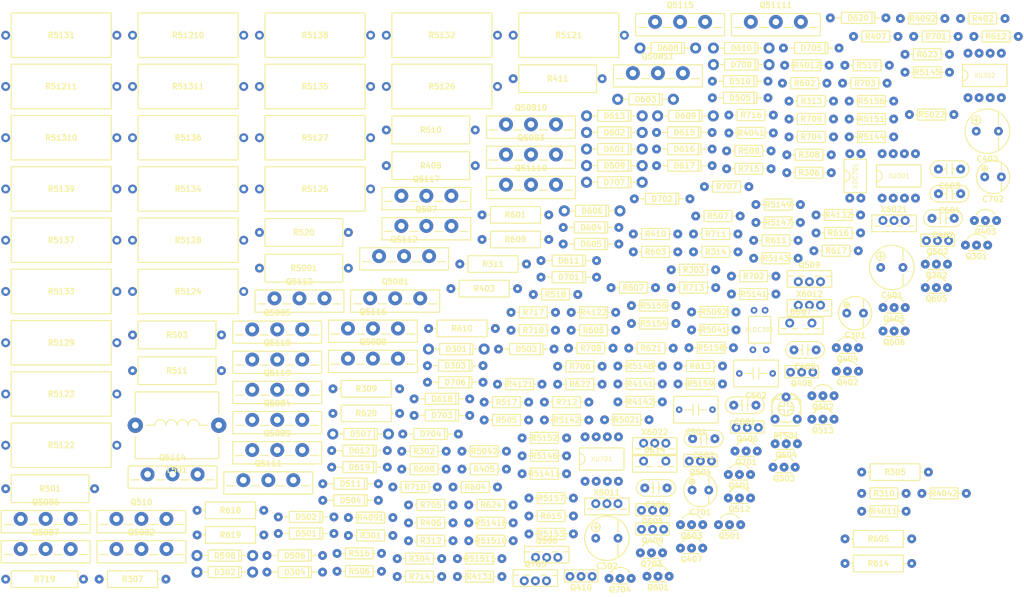
<source format=kicad_pcb>
(kicad_pcb (version 20171130) (host pcbnew 5.1.0)
  (layers (0 F.Cu signal) (31 B.Cu signal) (34 B.Paste user) (35 F.Paste user) (36 B.SilkS user) (37 F.SilkS user) (38 B.Mask user) (39 F.Mask user) (44 Edge.Cuts user))
  (net 0 "")
  (net 1 "Net-(C401-Pad2)")
  (net 2 0)
  (net 3 "Net-(C403-Pad1)")
  (net 4 "Net-(C404-Pad1)")
  (net 5 "Net-(C405-Pad1)")
  (net 6 /M_VBIASP)
  (net 7 /M_VBIASN)
  (net 8 "Net-(C502-Pad1)")
  (net 9 "Net-(C601-Pad1)")
  (net 10 "Net-(C601-Pad2)")
  (net 11 "Net-(C602-Pad2)")
  (net 12 "Net-(C602-Pad1)")
  (net 13 "Net-(C603-Pad1)")
  (net 14 "Net-(C603-Pad2)")
  (net 15 JH1)
  (net 16 "Net-(C604-Pad2)")
  (net 17 "Net-(D501-Pad2)")
  (net 18 "Net-(D502-Pad2)")
  (net 19 "Net-(D504-Pad2)")
  (net 20 "Net-(D505-Pad2)")
  (net 21 "Net-(D507-Pad1)")
  (net 22 /M_VSWOP)
  (net 23 "Net-(D510-Pad2)")
  (net 24 "Net-(D511-Pad1)")
  (net 25 "Net-(D601-Pad2)")
  (net 26 "Net-(D602-Pad1)")
  (net 27 "Net-(D603-Pad2)")
  (net 28 "Net-(D604-Pad2)")
  (net 29 "Net-(D606-Pad1)")
  (net 30 "Net-(D608-Pad1)")
  (net 31 "Net-(D609-Pad2)")
  (net 32 "Net-(D610-Pad1)")
  (net 33 "Net-(D611-Pad1)")
  (net 34 "Net-(D613-Pad2)")
  (net 35 "Net-(D617-Pad2)")
  (net 36 "Net-(D620-Pad1)")
  (net 37 "Net-(Q401-Pad3)")
  (net 38 "Net-(Q407-Pad1)")
  (net 39 "Net-(Q501-Pad1)")
  (net 40 "Net-(Q501-Pad2)")
  (net 41 "Net-(Q503-Pad2)")
  (net 42 "Net-(Q503-Pad1)")
  (net 43 "Net-(Q505-Pad3)")
  (net 44 "Net-(Q505-Pad2)")
  (net 45 /M_DRV1P)
  (net 46 /M_DRV2P)
  (net 47 /M_DRV1N)
  (net 48 /M_DRV2N)
  (net 49 "Net-(Q512-Pad2)")
  (net 50 "Net-(Q513-Pad2)")
  (net 51 "Net-(Q602-Pad2)")
  (net 52 "Net-(Q602-Pad1)")
  (net 53 "Net-(Q603-Pad2)")
  (net 54 "Net-(Q605-Pad1)")
  (net 55 "Net-(Q605-Pad2)")
  (net 56 "Net-(Q606-Pad2)")
  (net 57 "Net-(Q5081-Pad3)")
  (net 58 "Net-(Q5082-Pad3)")
  (net 59 "Net-(Q5083-Pad3)")
  (net 60 "Net-(Q5084-Pad3)")
  (net 61 "Net-(Q5085-Pad3)")
  (net 62 "Net-(Q5086-Pad3)")
  (net 63 "Net-(Q5087-Pad3)")
  (net 64 "Net-(Q5088-Pad3)")
  (net 65 "Net-(Q5089-Pad3)")
  (net 66 "Net-(Q5111-Pad3)")
  (net 67 "Net-(Q5113-Pad3)")
  (net 68 "Net-(Q5114-Pad3)")
  (net 69 "Net-(Q5115-Pad3)")
  (net 70 "Net-(Q5116-Pad3)")
  (net 71 "Net-(Q5117-Pad3)")
  (net 72 "Net-(Q5118-Pad3)")
  (net 73 "Net-(Q5119-Pad3)")
  (net 74 "Net-(Q50810-Pad3)")
  (net 75 "Net-(Q50811-Pad3)")
  (net 76 "Net-(Q51110-Pad3)")
  (net 77 "Net-(Q51111-Pad3)")
  (net 78 "Net-(R507-Pad2)")
  (net 79 "Net-(C301-Pad2)")
  (net 80 LIMIT_IND_SRC)
  (net 81 "Net-(C401-Pad1)")
  (net 82 "Net-(C701-Pad1)")
  (net 83 /M_FPTH)
  (net 84 +120V)
  (net 85 "Net-(D301-Pad1)")
  (net 86 -120V)
  (net 87 "Net-(D302-Pad2)")
  (net 88 "Net-(D303-Pad1)")
  (net 89 /M_LMSON)
  (net 90 "Net-(D304-Pad2)")
  (net 91 M_VSWON)
  (net 92 /M_OUT_RAW)
  (net 93 +42V)
  (net 94 -42V)
  (net 95 "Net-(D701-Pad2)")
  (net 96 /M_FPODLO)
  (net 97 /M_FPODO)
  (net 98 "Net-(D705-Pad2)")
  (net 99 "Net-(D706-Pad1)")
  (net 100 "Net-(D707-Pad1)")
  (net 101 /M_FPSSP)
  (net 102 +RLC)
  (net 103 -RLC)
  (net 104 "Net-(Q701-Pad1)")
  (net 105 "Net-(Q702-Pad1)")
  (net 106 "Net-(Q702-Pad2)")
  (net 107 +15V)
  (net 108 /M_FPSO)
  (net 109 "Net-(Q704-Pad3)")
  (net 110 "Net-(Q704-Pad1)")
  (net 111 "Net-(R302-Pad2)")
  (net 112 "Net-(R302-Pad1)")
  (net 113 "Net-(R303-Pad2)")
  (net 114 "Net-(R305-Pad2)")
  (net 115 "Net-(R309-Pad2)")
  (net 116 /M_LMSOP)
  (net 117 /M_FPSSN)
  (net 118 "Net-(R702-Pad1)")
  (net 119 "Net-(R702-Pad2)")
  (net 120 "Net-(R706-Pad2)")
  (net 121 "Net-(R711-Pad2)")
  (net 122 "Net-(R712-Pad2)")
  (net 123 -15V)
  (net 124 "Net-(C402-Pad2)")
  (net 125 "Net-(C404-Pad2)")
  (net 126 "Net-(Q402-Pad2)")
  (net 127 "Net-(Q403-Pad3)")
  (net 128 "Net-(Q405-Pad2)")
  (net 129 "Net-(Q405-Pad1)")
  (net 130 "Net-(Q406-Pad1)")
  (net 131 "Net-(Q407-Pad2)")
  (net 132 "Net-(Q408-Pad1)")
  (net 133 "Net-(Q409-Pad3)")
  (net 134 "Net-(Q410-Pad3)")
  (net 135 "Net-(R311-Pad2)")
  (net 136 "Net-(R314-Pad2)")
  (net 137 "Net-(R4011-Pad2)")
  (net 138 "Net-(R4041-Pad1)")
  (net 139 "Net-(Q5112-Pad3)")
  (module MATRIX_1.4:CAPACITOR_AE_D7.62mm (layer F.Cu) (at 229.659401 94.259401)
    (fp_text reference C301 (at 0 5.08) (layer F.SilkS) (effects (font (size 1.27 1.27) (thickness 0.254))))
    (fp_text value 10uF)
    (pad 1 thru_hole circle (at -1.905 0) (size 2 2) (drill 0.8) (layers *.Cu *.Mask))
    (pad 2 thru_hole circle (at 1.905 0) (size 2 2) (drill 0.8) (layers *.Cu *.Mask) (net 79 "Net-(C301-Pad2)"))
  )
  (module MATRIX_1.4:CAPACITOR_AE_D10mm (layer F.Cu) (at 172.949401 145.689401)
    (fp_text reference C302 (at 0 6.35) (layer F.SilkS) (effects (font (size 1.27 1.27) (thickness 0.254))))
    (fp_text value 220uF)
    (pad 1 thru_hole circle (at -2.54 0) (size 2 2) (drill 0.8) (layers *.Cu *.Mask) (net 80 LIMIT_IND_SRC))
    (pad 2 thru_hole circle (at 2.54 0) (size 2 2) (drill 0.8) (layers *.Cu *.Mask) (net 2 0))
  )
  (module MATRIX_1.4:CAPACITOR_AE_D10mm (layer F.Cu) (at 238.049401 83.819401)
    (fp_text reference C401 (at 0 6.35) (layer F.SilkS) (effects (font (size 1.27 1.27) (thickness 0.254))))
    (fp_text value 220uF)
    (pad 1 thru_hole circle (at -2.54 0) (size 2 2) (drill 0.8) (layers *.Cu *.Mask) (net 81 "Net-(C401-Pad1)"))
    (pad 2 thru_hole circle (at 2.54 0) (size 2 2) (drill 0.8) (layers *.Cu *.Mask) (net 1 "Net-(C401-Pad2)"))
  )
  (module MATRIX_1.4:CAPACITOR_CERAMIC_STD (layer F.Cu) (at 249.761401 72.591401)
    (fp_text reference C402 (at 0 3.81) (layer F.SilkS) (effects (font (size 1.27 1.27) (thickness 0.254))))
    (fp_text value 470pF)
    (pad 1 thru_hole circle (at -2.54 0) (size 2.032 2.032) (drill 0.762) (layers *.Cu *.Mask) (net 2 0))
    (pad 2 thru_hole circle (at 2.54 0) (size 2.032 2.032) (drill 0.762) (layers *.Cu *.Mask) (net 124 "Net-(C402-Pad2)"))
  )
  (module MATRIX_1.4:CAPACITOR_AE_D10mm (layer F.Cu) (at 259.879401 52.689401)
    (fp_text reference C403 (at 0 6.35) (layer F.SilkS) (effects (font (size 1.27 1.27) (thickness 0.254))))
    (fp_text value 220uF)
    (pad 2 thru_hole circle (at 2.54 0) (size 2 2) (drill 0.8) (layers *.Cu *.Mask) (net 2 0))
    (pad 1 thru_hole circle (at -2.54 0) (size 2 2) (drill 0.8) (layers *.Cu *.Mask) (net 3 "Net-(C403-Pad1)"))
  )
  (module MATRIX_1.4:CAPACITOR_CERAMIC_STD (layer F.Cu) (at 184.151401 134.191401)
    (fp_text reference C404 (at 0 3.81) (layer F.SilkS) (effects (font (size 1.27 1.27) (thickness 0.254))))
    (fp_text value 120pF)
    (pad 2 thru_hole circle (at 2.54 0) (size 2.032 2.032) (drill 0.762) (layers *.Cu *.Mask) (net 125 "Net-(C404-Pad2)"))
    (pad 1 thru_hole circle (at -2.54 0) (size 2.032 2.032) (drill 0.762) (layers *.Cu *.Mask) (net 4 "Net-(C404-Pad1)"))
  )
  (module MATRIX_1.4:CAPACITOR_CERAMIC_STD (layer F.Cu) (at 218.221401 102.651401)
    (fp_text reference C405 (at 0 3.81) (layer F.SilkS) (effects (font (size 1.27 1.27) (thickness 0.254))))
    (fp_text value 120pF)
    (pad 1 thru_hole circle (at -2.54 0) (size 2.032 2.032) (drill 0.762) (layers *.Cu *.Mask) (net 5 "Net-(C405-Pad1)"))
    (pad 2 thru_hole circle (at 2.54 0) (size 2.032 2.032) (drill 0.762) (layers *.Cu *.Mask) (net 125 "Net-(C404-Pad2)"))
  )
  (module MATRIX_1.4:CAPACITOR_MPF_STD (layer F.Cu) (at 193.269401 116.307401)
    (fp_text reference C501 (at 0 5.08) (layer F.SilkS) (effects (font (size 1.27 1.27) (thickness 0.254))))
    (fp_text value 0.1uF)
    (pad 1 thru_hole circle (at -3.81 0) (size 1.5 1.5) (drill 0.6) (layers *.Cu *.Mask) (net 6 /M_VBIASP))
    (pad 2 thru_hole circle (at 3.81 0) (size 1.5 1.5) (drill 0.6) (layers *.Cu *.Mask) (net 7 /M_VBIASN))
  )
  (module MATRIX_1.4:CAPACITOR_MPF_STD (layer F.Cu) (at 207.019401 108.037401)
    (fp_text reference C502 (at 0 5.08) (layer F.SilkS) (effects (font (size 1.27 1.27) (thickness 0.254))))
    (fp_text value 0.1uF)
    (pad 2 thru_hole circle (at 3.81 0) (size 1.5 1.5) (drill 0.6) (layers *.Cu *.Mask) (net 2 0))
    (pad 1 thru_hole circle (at -3.81 0) (size 1.5 1.5) (drill 0.6) (layers *.Cu *.Mask) (net 8 "Net-(C502-Pad1)"))
  )
  (module MATRIX_1.4:CAPACITOR_CERAMIC_STD (layer F.Cu) (at 204.471401 115.291401)
    (fp_text reference C601 (at 0 3.81) (layer F.SilkS) (effects (font (size 1.27 1.27) (thickness 0.254))))
    (fp_text value 0.1uF)
    (pad 1 thru_hole circle (at -2.54 0) (size 2.032 2.032) (drill 0.762) (layers *.Cu *.Mask) (net 9 "Net-(C601-Pad1)"))
    (pad 2 thru_hole circle (at 2.54 0) (size 2.032 2.032) (drill 0.762) (layers *.Cu *.Mask) (net 10 "Net-(C601-Pad2)"))
  )
  (module MATRIX_1.4:CAPACITOR_CERAMIC_STD (layer F.Cu) (at 195.081401 122.941401)
    (fp_text reference C602 (at 0 3.81) (layer F.SilkS) (effects (font (size 1.27 1.27) (thickness 0.254))))
    (fp_text value 0.1uF)
    (pad 1 thru_hole circle (at -2.54 0) (size 2.032 2.032) (drill 0.762) (layers *.Cu *.Mask) (net 12 "Net-(C602-Pad1)"))
    (pad 2 thru_hole circle (at 2.54 0) (size 2.032 2.032) (drill 0.762) (layers *.Cu *.Mask) (net 11 "Net-(C602-Pad2)"))
  )
  (module MATRIX_1.4:CAPACITOR_CERAMIC_STD (layer F.Cu) (at 251.241401 61.351401)
    (fp_text reference C603 (at 0 3.81) (layer F.SilkS) (effects (font (size 1.27 1.27) (thickness 0.254))))
    (fp_text value 6.8nF)
    (pad 2 thru_hole circle (at 2.54 0) (size 2.032 2.032) (drill 0.762) (layers *.Cu *.Mask) (net 14 "Net-(C603-Pad2)"))
    (pad 1 thru_hole circle (at -2.54 0) (size 2.032 2.032) (drill 0.762) (layers *.Cu *.Mask) (net 13 "Net-(C603-Pad1)"))
  )
  (module MATRIX_1.4:CAPACITOR_CERAMIC_STD (layer F.Cu) (at 251.241401 66.971401)
    (fp_text reference C604 (at 0 3.81) (layer F.SilkS) (effects (font (size 1.27 1.27) (thickness 0.254))))
    (fp_text value 6.8nF)
    (pad 2 thru_hole circle (at 2.54 0) (size 2.032 2.032) (drill 0.762) (layers *.Cu *.Mask) (net 16 "Net-(C604-Pad2)"))
    (pad 1 thru_hole circle (at -2.54 0) (size 2.032 2.032) (drill 0.762) (layers *.Cu *.Mask) (net 15 JH1))
  )
  (module MATRIX_1.4:CAPACITOR_AE_D7.62mm (layer F.Cu) (at 194.319401 134.689401)
    (fp_text reference C701 (at 0 5.08) (layer F.SilkS) (effects (font (size 1.27 1.27) (thickness 0.254))))
    (fp_text value 1uF)
    (pad 1 thru_hole circle (at -1.905 0) (size 2 2) (drill 0.8) (layers *.Cu *.Mask) (net 82 "Net-(C701-Pad1)"))
    (pad 2 thru_hole circle (at 1.905 0) (size 2 2) (drill 0.8) (layers *.Cu *.Mask) (net 2 0))
  )
  (module MATRIX_1.4:CAPACITOR_AE_D7.62mm (layer F.Cu) (at 261.179401 63.129401)
    (fp_text reference C702 (at 0 5.08) (layer F.SilkS) (effects (font (size 1.27 1.27) (thickness 0.254))))
    (fp_text value 10uF)
    (pad 2 thru_hole circle (at 1.905 0) (size 2 2) (drill 0.8) (layers *.Cu *.Mask) (net 2 0))
    (pad 1 thru_hole circle (at -1.905 0) (size 2 2) (drill 0.8) (layers *.Cu *.Mask) (net 83 /M_FPTH))
  )
  (module MATRIX_1.4:DIODE_AXIAL_SMALL_SI (layer F.Cu) (at 138.55 102.467001)
    (fp_text reference D301 (at 0 0) (layer F.SilkS) (effects (font (size 1.27 1.27) (thickness 0.254))))
    (fp_text value 1N4734)
    (pad 2 thru_hole circle (at 6.35 0) (size 2.54 2.54) (drill 1.27) (layers *.Cu *.Mask) (net 84 +120V))
    (pad 1 thru_hole circle (at -6.35 0) (size 2.54 2.54) (drill 1.27) (layers *.Cu *.Mask) (net 85 "Net-(D301-Pad1)"))
  )
  (module MATRIX_1.4:DIODE_AXIAL_SMALL_SI (layer F.Cu) (at 85.65 153.427001)
    (fp_text reference D302 (at 0 0) (layer F.SilkS) (effects (font (size 1.27 1.27) (thickness 0.254))))
    (fp_text value 1N4734)
    (pad 1 thru_hole circle (at -6.35 0) (size 2.54 2.54) (drill 1.27) (layers *.Cu *.Mask) (net 86 -120V))
    (pad 2 thru_hole circle (at 6.35 0) (size 2.54 2.54) (drill 1.27) (layers *.Cu *.Mask) (net 87 "Net-(D302-Pad2)"))
  )
  (module MATRIX_1.4:DIODE_AXIAL_SMALL_GE (layer F.Cu) (at 138.296 106.257001)
    (fp_text reference D303 (at 0 0) (layer F.SilkS) (effects (font (size 1.27 1.27) (thickness 0.254))))
    (fp_text value 1N4148)
    (pad 1 thru_hole circle (at -6.35 0) (size 2.032 2.032) (drill 0.762) (layers *.Cu *.Mask) (net 88 "Net-(D303-Pad1)"))
    (pad 2 thru_hole circle (at 6.35 0) (size 2.032 2.032) (drill 0.762) (layers *.Cu *.Mask) (net 89 /M_LMSON))
  )
  (module MATRIX_1.4:DIODE_AXIAL_SMALL_GE (layer F.Cu) (at 101.636 153.427001)
    (fp_text reference D304 (at 0 0) (layer F.SilkS) (effects (font (size 1.27 1.27) (thickness 0.254))))
    (fp_text value 1N4148)
    (pad 2 thru_hole circle (at 6.35 0) (size 2.032 2.032) (drill 0.762) (layers *.Cu *.Mask) (net 90 "Net-(D304-Pad2)"))
    (pad 1 thru_hole circle (at -6.35 0) (size 2.032 2.032) (drill 0.762) (layers *.Cu *.Mask) (net 2 0))
  )
  (module MATRIX_1.4:DIODE_AXIAL_SMALL_GE (layer F.Cu) (at 104.226 144.607001)
    (fp_text reference D501 (at 0 0) (layer F.SilkS) (effects (font (size 1.27 1.27) (thickness 0.254))))
    (fp_text value 1N4148)
    (pad 1 thru_hole circle (at -6.35 0) (size 2.032 2.032) (drill 0.762) (layers *.Cu *.Mask) (net 6 /M_VBIASP))
    (pad 2 thru_hole circle (at 6.35 0) (size 2.032 2.032) (drill 0.762) (layers *.Cu *.Mask) (net 17 "Net-(D501-Pad2)"))
  )
  (module MATRIX_1.4:DIODE_AXIAL_SMALL_GE (layer F.Cu) (at 104.226 140.817001)
    (fp_text reference D502 (at 0 0) (layer F.SilkS) (effects (font (size 1.27 1.27) (thickness 0.254))))
    (fp_text value 1N4148)
    (pad 2 thru_hole circle (at 6.35 0) (size 2.032 2.032) (drill 0.762) (layers *.Cu *.Mask) (net 18 "Net-(D502-Pad2)"))
    (pad 1 thru_hole circle (at -6.35 0) (size 2.032 2.032) (drill 0.762) (layers *.Cu *.Mask) (net 17 "Net-(D501-Pad2)"))
  )
  (module MATRIX_1.4:DIODE_AXIAL_SMALL_GE (layer F.Cu) (at 154.536 102.467001)
    (fp_text reference D503 (at 0 0) (layer F.SilkS) (effects (font (size 1.27 1.27) (thickness 0.254))))
    (fp_text value 1N4148)
    (pad 1 thru_hole circle (at -6.35 0) (size 2.032 2.032) (drill 0.762) (layers *.Cu *.Mask) (net 18 "Net-(D502-Pad2)"))
    (pad 2 thru_hole circle (at 6.35 0) (size 2.032 2.032) (drill 0.762) (layers *.Cu *.Mask) (net 125 "Net-(C404-Pad2)"))
  )
  (module MATRIX_1.4:DIODE_AXIAL_SMALL_GE (layer F.Cu) (at 114.386 137.027001)
    (fp_text reference D504 (at 0 0) (layer F.SilkS) (effects (font (size 1.27 1.27) (thickness 0.254))))
    (fp_text value 1N4148)
    (pad 1 thru_hole circle (at -6.35 0) (size 2.032 2.032) (drill 0.762) (layers *.Cu *.Mask) (net 125 "Net-(C404-Pad2)"))
    (pad 2 thru_hole circle (at 6.35 0) (size 2.032 2.032) (drill 0.762) (layers *.Cu *.Mask) (net 19 "Net-(D504-Pad2)"))
  )
  (module MATRIX_1.4:DIODE_AXIAL_SMALL_GE (layer F.Cu) (at 203.396 45.057001)
    (fp_text reference D505 (at 0 0) (layer F.SilkS) (effects (font (size 1.27 1.27) (thickness 0.254))))
    (fp_text value 1N4148)
    (pad 2 thru_hole circle (at 6.35 0) (size 2.032 2.032) (drill 0.762) (layers *.Cu *.Mask) (net 20 "Net-(D505-Pad2)"))
    (pad 1 thru_hole circle (at -6.35 0) (size 2.032 2.032) (drill 0.762) (layers *.Cu *.Mask) (net 19 "Net-(D504-Pad2)"))
  )
  (module MATRIX_1.4:DIODE_AXIAL_SMALL_GE (layer F.Cu) (at 101.636 149.637001)
    (fp_text reference D506 (at 0 0) (layer F.SilkS) (effects (font (size 1.27 1.27) (thickness 0.254))))
    (fp_text value 1N4148)
    (pad 2 thru_hole circle (at 6.35 0) (size 2.032 2.032) (drill 0.762) (layers *.Cu *.Mask) (net 7 /M_VBIASN))
    (pad 1 thru_hole circle (at -6.35 0) (size 2.032 2.032) (drill 0.762) (layers *.Cu *.Mask) (net 20 "Net-(D505-Pad2)"))
  )
  (module MATRIX_1.4:DIODE_AXIAL_SMALL_SI (layer F.Cu) (at 116.68 121.867001)
    (fp_text reference D507 (at 0 0) (layer F.SilkS) (effects (font (size 1.27 1.27) (thickness 0.254))))
    (fp_text value 1N4004)
    (pad 1 thru_hole circle (at -6.35 0) (size 2.54 2.54) (drill 1.27) (layers *.Cu *.Mask) (net 21 "Net-(D507-Pad1)"))
    (pad 2 thru_hole circle (at 6.35 0) (size 2.54 2.54) (drill 1.27) (layers *.Cu *.Mask) (net 7 /M_VBIASN))
  )
  (module MATRIX_1.4:DIODE_AXIAL_SMALL_SI (layer F.Cu) (at 85.65 149.637001)
    (fp_text reference D508 (at 0 0) (layer F.SilkS) (effects (font (size 1.27 1.27) (thickness 0.254))))
    (fp_text value 1N4004)
    (pad 2 thru_hole circle (at 6.35 0) (size 2.54 2.54) (drill 1.27) (layers *.Cu *.Mask) (net 22 /M_VSWOP))
    (pad 1 thru_hole circle (at -6.35 0) (size 2.54 2.54) (drill 1.27) (layers *.Cu *.Mask) (net 6 /M_VBIASP))
  )
  (module MATRIX_1.4:DIODE_AXIAL_SMALL_SI (layer F.Cu) (at 174.66 60.557001)
    (fp_text reference D509 (at 0 0) (layer F.SilkS) (effects (font (size 1.27 1.27) (thickness 0.254))))
    (fp_text value 1N4004)
    (pad 1 thru_hole circle (at -6.35 0) (size 2.54 2.54) (drill 1.27) (layers *.Cu *.Mask) (net 91 M_VSWON))
    (pad 2 thru_hole circle (at 6.35 0) (size 2.54 2.54) (drill 1.27) (layers *.Cu *.Mask) (net 7 /M_VBIASN))
  )
  (module MATRIX_1.4:DIODE_AXIAL_SMALL_GE (layer F.Cu) (at 203.396 41.267001)
    (fp_text reference D510 (at 0 0) (layer F.SilkS) (effects (font (size 1.27 1.27) (thickness 0.254))))
    (fp_text value 1N4148)
    (pad 2 thru_hole circle (at 6.35 0) (size 2.032 2.032) (drill 0.762) (layers *.Cu *.Mask) (net 23 "Net-(D510-Pad2)"))
    (pad 1 thru_hole circle (at -6.35 0) (size 2.032 2.032) (drill 0.762) (layers *.Cu *.Mask) (net 6 /M_VBIASP))
  )
  (module MATRIX_1.4:DIODE_AXIAL_SMALL_GE (layer F.Cu) (at 114.386 133.237001)
    (fp_text reference D511 (at 0 0) (layer F.SilkS) (effects (font (size 1.27 1.27) (thickness 0.254))))
    (fp_text value 1N4148)
    (pad 1 thru_hole circle (at -6.35 0) (size 2.032 2.032) (drill 0.762) (layers *.Cu *.Mask) (net 24 "Net-(D511-Pad1)"))
    (pad 2 thru_hole circle (at 6.35 0) (size 2.032 2.032) (drill 0.762) (layers *.Cu *.Mask) (net 7 /M_VBIASN))
  )
  (module MATRIX_1.4:DIODE_AXIAL_SMALL_SI (layer F.Cu) (at 174.66 56.767001)
    (fp_text reference D601 (at 0 0) (layer F.SilkS) (effects (font (size 1.27 1.27) (thickness 0.254))))
    (fp_text value 1N4738)
    (pad 2 thru_hole circle (at 6.35 0) (size 2.54 2.54) (drill 1.27) (layers *.Cu *.Mask) (net 25 "Net-(D601-Pad2)"))
    (pad 1 thru_hole circle (at -6.35 0) (size 2.54 2.54) (drill 1.27) (layers *.Cu *.Mask) (net 92 /M_OUT_RAW))
  )
  (module MATRIX_1.4:DIODE_AXIAL_SMALL_SI (layer F.Cu) (at 174.66 52.977001)
    (fp_text reference D602 (at 0 0) (layer F.SilkS) (effects (font (size 1.27 1.27) (thickness 0.254))))
    (fp_text value 1N4004)
    (pad 1 thru_hole circle (at -6.35 0) (size 2.54 2.54) (drill 1.27) (layers *.Cu *.Mask) (net 26 "Net-(D602-Pad1)"))
    (pad 2 thru_hole circle (at 6.35 0) (size 2.54 2.54) (drill 1.27) (layers *.Cu *.Mask) (net 25 "Net-(D601-Pad2)"))
  )
  (module MATRIX_1.4:DIODE_AXIAL_SMALL_SI (layer F.Cu) (at 181.78 45.397001)
    (fp_text reference D603 (at 0 0) (layer F.SilkS) (effects (font (size 1.27 1.27) (thickness 0.254))))
    (fp_text value 1N4007)
    (pad 1 thru_hole circle (at -6.35 0) (size 2.54 2.54) (drill 1.27) (layers *.Cu *.Mask) (net 26 "Net-(D602-Pad1)"))
    (pad 2 thru_hole circle (at 6.35 0) (size 2.54 2.54) (drill 1.27) (layers *.Cu *.Mask) (net 27 "Net-(D603-Pad2)"))
  )
  (module MATRIX_1.4:DIODE_AXIAL_SMALL_GE (layer F.Cu) (at 169.326 74.677001)
    (fp_text reference D604 (at 0 0) (layer F.SilkS) (effects (font (size 1.27 1.27) (thickness 0.254))))
    (fp_text value 1N4148)
    (pad 1 thru_hole circle (at -6.35 0) (size 2.032 2.032) (drill 0.762) (layers *.Cu *.Mask) (net 9 "Net-(C601-Pad1)"))
    (pad 2 thru_hole circle (at 6.35 0) (size 2.032 2.032) (drill 0.762) (layers *.Cu *.Mask) (net 28 "Net-(D604-Pad2)"))
  )
  (module MATRIX_1.4:DIODE_AXIAL_SMALL_GE (layer F.Cu) (at 169.326 78.467001)
    (fp_text reference D605 (at 0 0) (layer F.SilkS) (effects (font (size 1.27 1.27) (thickness 0.254))))
    (fp_text value 1N4148)
    (pad 1 thru_hole circle (at -6.35 0) (size 2.032 2.032) (drill 0.762) (layers *.Cu *.Mask) (net 93 +42V))
    (pad 2 thru_hole circle (at 6.35 0) (size 2.032 2.032) (drill 0.762) (layers *.Cu *.Mask) (net 10 "Net-(C601-Pad2)"))
  )
  (module MATRIX_1.4:DIODE_AXIAL_SMALL_SI (layer F.Cu) (at 169.58 70.887001)
    (fp_text reference D606 (at 0 0) (layer F.SilkS) (effects (font (size 1.27 1.27) (thickness 0.254))))
    (fp_text value 1N4742)
    (pad 2 thru_hole circle (at 6.35 0) (size 2.54 2.54) (drill 1.27) (layers *.Cu *.Mask) (net 84 +120V))
    (pad 1 thru_hole circle (at -6.35 0) (size 2.54 2.54) (drill 1.27) (layers *.Cu *.Mask) (net 29 "Net-(D606-Pad1)"))
  )
  (module MATRIX_1.4:DIODE_POWER_TO-220AC-MIRRORED (layer F.Cu) (at 217.259401 96.529401)
    (fp_text reference D607 (at 0 -2.54) (layer F.SilkS) (effects (font (size 1.27 1.27) (thickness 0.254))))
    (fp_text value MURF1560)
    (pad 2 thru_hole circle (at 2.54 0) (size 2.032 2.032) (drill 1.016) (layers *.Cu *.Mask) (net 22 /M_VSWOP))
    (pad 1 thru_hole circle (at -2.54 0) (size 2.032 2.032) (drill 1.016) (layers *.Cu *.Mask) (net 93 +42V))
  )
  (module MATRIX_1.4:DIODE_AXIAL_SMALL_SI (layer F.Cu) (at 186.86 33.687001)
    (fp_text reference D608 (at 0 0) (layer F.SilkS) (effects (font (size 1.27 1.27) (thickness 0.254))))
    (fp_text value 1N4738)
    (pad 2 thru_hole circle (at 6.35 0) (size 2.54 2.54) (drill 1.27) (layers *.Cu *.Mask) (net 92 /M_OUT_RAW))
    (pad 1 thru_hole circle (at -6.35 0) (size 2.54 2.54) (drill 1.27) (layers *.Cu *.Mask) (net 30 "Net-(D608-Pad1)"))
  )
  (module MATRIX_1.4:DIODE_AXIAL_SMALL_SI (layer F.Cu) (at 190.9 49.187001)
    (fp_text reference D609 (at 0 0) (layer F.SilkS) (effects (font (size 1.27 1.27) (thickness 0.254))))
    (fp_text value 1N4004)
    (pad 1 thru_hole circle (at -6.35 0) (size 2.54 2.54) (drill 1.27) (layers *.Cu *.Mask) (net 30 "Net-(D608-Pad1)"))
    (pad 2 thru_hole circle (at 6.35 0) (size 2.54 2.54) (drill 1.27) (layers *.Cu *.Mask) (net 31 "Net-(D609-Pad2)"))
  )
  (module MATRIX_1.4:DIODE_AXIAL_SMALL_SI (layer F.Cu) (at 203.65 33.687001)
    (fp_text reference D610 (at 0 0) (layer F.SilkS) (effects (font (size 1.27 1.27) (thickness 0.254))))
    (fp_text value 1N4007)
    (pad 2 thru_hole circle (at 6.35 0) (size 2.54 2.54) (drill 1.27) (layers *.Cu *.Mask) (net 31 "Net-(D609-Pad2)"))
    (pad 1 thru_hole circle (at -6.35 0) (size 2.54 2.54) (drill 1.27) (layers *.Cu *.Mask) (net 32 "Net-(D610-Pad1)"))
  )
  (module MATRIX_1.4:DIODE_AXIAL_SMALL_GE (layer F.Cu) (at 164.246 82.257001)
    (fp_text reference D611 (at 0 0) (layer F.SilkS) (effects (font (size 1.27 1.27) (thickness 0.254))))
    (fp_text value 1N4148)
    (pad 2 thru_hole circle (at 6.35 0) (size 2.032 2.032) (drill 0.762) (layers *.Cu *.Mask) (net 12 "Net-(C602-Pad1)"))
    (pad 1 thru_hole circle (at -6.35 0) (size 2.032 2.032) (drill 0.762) (layers *.Cu *.Mask) (net 33 "Net-(D611-Pad1)"))
  )
  (module MATRIX_1.4:DIODE_AXIAL_SMALL_GE (layer F.Cu) (at 116.426 125.657001)
    (fp_text reference D612 (at 0 0) (layer F.SilkS) (effects (font (size 1.27 1.27) (thickness 0.254))))
    (fp_text value 1N4148)
    (pad 2 thru_hole circle (at 6.35 0) (size 2.032 2.032) (drill 0.762) (layers *.Cu *.Mask) (net 94 -42V))
    (pad 1 thru_hole circle (at -6.35 0) (size 2.032 2.032) (drill 0.762) (layers *.Cu *.Mask) (net 11 "Net-(C602-Pad2)"))
  )
  (module MATRIX_1.4:DIODE_AXIAL_SMALL_SI (layer F.Cu) (at 174.66 49.187001)
    (fp_text reference D613 (at 0 0) (layer F.SilkS) (effects (font (size 1.27 1.27) (thickness 0.254))))
    (fp_text value 1N4742)
    (pad 1 thru_hole circle (at -6.35 0) (size 2.54 2.54) (drill 1.27) (layers *.Cu *.Mask) (net 86 -120V))
    (pad 2 thru_hole circle (at 6.35 0) (size 2.54 2.54) (drill 1.27) (layers *.Cu *.Mask) (net 34 "Net-(D613-Pad2)"))
  )
  (module MATRIX_1.4:DIODE_POWER_TO-220AC-MIRRORED (layer F.Cu) (at 183.879401 128.069401)
    (fp_text reference D614 (at 0 -2.54) (layer F.SilkS) (effects (font (size 1.27 1.27) (thickness 0.254))))
    (fp_text value MURF1560)
    (pad 1 thru_hole circle (at -2.54 0) (size 2.032 2.032) (drill 1.016) (layers *.Cu *.Mask) (net 91 M_VSWON))
    (pad 2 thru_hole circle (at 2.54 0) (size 2.032 2.032) (drill 1.016) (layers *.Cu *.Mask) (net 94 -42V))
  )
  (module MATRIX_1.4:DIODE_AXIAL_SMALL_GE (layer F.Cu) (at 190.646 52.977001)
    (fp_text reference D615 (at 0 0) (layer F.SilkS) (effects (font (size 1.27 1.27) (thickness 0.254))))
    (fp_text value 1N4148)
    (pad 1 thru_hole circle (at -6.35 0) (size 2.032 2.032) (drill 0.762) (layers *.Cu *.Mask) (net 22 /M_VSWOP))
    (pad 2 thru_hole circle (at 6.35 0) (size 2.032 2.032) (drill 0.762) (layers *.Cu *.Mask) (net 13 "Net-(C603-Pad1)"))
  )
  (module MATRIX_1.4:DIODE_AXIAL_SMALL_GE (layer F.Cu) (at 190.646 56.767001)
    (fp_text reference D616 (at 0 0) (layer F.SilkS) (effects (font (size 1.27 1.27) (thickness 0.254))))
    (fp_text value 1N4148)
    (pad 2 thru_hole circle (at 6.35 0) (size 2.032 2.032) (drill 0.762) (layers *.Cu *.Mask) (net 14 "Net-(C603-Pad2)"))
    (pad 1 thru_hole circle (at -6.35 0) (size 2.032 2.032) (drill 0.762) (layers *.Cu *.Mask) (net 93 +42V))
  )
  (module MATRIX_1.4:DIODE_AXIAL_SMALL_GE (layer F.Cu) (at 190.646 60.557001)
    (fp_text reference D617 (at 0 0) (layer F.SilkS) (effects (font (size 1.27 1.27) (thickness 0.254))))
    (fp_text value 1N4148)
    (pad 2 thru_hole circle (at 6.35 0) (size 2.032 2.032) (drill 0.762) (layers *.Cu *.Mask) (net 35 "Net-(D617-Pad2)"))
    (pad 1 thru_hole circle (at -6.35 0) (size 2.032 2.032) (drill 0.762) (layers *.Cu *.Mask) (net 14 "Net-(C603-Pad2)"))
  )
  (module MATRIX_1.4:DIODE_AXIAL_SMALL_GE (layer F.Cu) (at 135.256 113.837001)
    (fp_text reference D618 (at 0 0) (layer F.SilkS) (effects (font (size 1.27 1.27) (thickness 0.254))))
    (fp_text value 1N4148)
    (pad 1 thru_hole circle (at -6.35 0) (size 2.032 2.032) (drill 0.762) (layers *.Cu *.Mask) (net 15 JH1))
    (pad 2 thru_hole circle (at 6.35 0) (size 2.032 2.032) (drill 0.762) (layers *.Cu *.Mask) (net 91 M_VSWON))
  )
  (module MATRIX_1.4:DIODE_AXIAL_SMALL_GE (layer F.Cu) (at 116.426 129.447001)
    (fp_text reference D619 (at 0 0) (layer F.SilkS) (effects (font (size 1.27 1.27) (thickness 0.254))))
    (fp_text value 1N4148)
    (pad 2 thru_hole circle (at 6.35 0) (size 2.032 2.032) (drill 0.762) (layers *.Cu *.Mask) (net 94 -42V))
    (pad 1 thru_hole circle (at -6.35 0) (size 2.032 2.032) (drill 0.762) (layers *.Cu *.Mask) (net 16 "Net-(C604-Pad2)"))
  )
  (module MATRIX_1.4:DIODE_AXIAL_SMALL_GE (layer F.Cu) (at 230.346 26.797001)
    (fp_text reference D620 (at 0 0) (layer F.SilkS) (effects (font (size 1.27 1.27) (thickness 0.254))))
    (fp_text value 1N4148)
    (pad 1 thru_hole circle (at -6.35 0) (size 2.032 2.032) (drill 0.762) (layers *.Cu *.Mask) (net 36 "Net-(D620-Pad1)"))
    (pad 2 thru_hole circle (at 6.35 0) (size 2.032 2.032) (drill 0.762) (layers *.Cu *.Mask) (net 16 "Net-(C604-Pad2)"))
  )
  (module MATRIX_1.4:DIODE_AXIAL_SMALL_GE (layer F.Cu) (at 164.246 86.047001)
    (fp_text reference D701 (at 0 0) (layer F.SilkS) (effects (font (size 1.27 1.27) (thickness 0.254))))
    (fp_text value 1N4148)
    (pad 1 thru_hole circle (at -6.35 0) (size 2.032 2.032) (drill 0.762) (layers *.Cu *.Mask) (net 2 0))
    (pad 2 thru_hole circle (at 6.35 0) (size 2.032 2.032) (drill 0.762) (layers *.Cu *.Mask) (net 95 "Net-(D701-Pad2)"))
  )
  (module MATRIX_1.4:DIODE_AXIAL_SMALL_GE (layer F.Cu) (at 185.566 68.137001)
    (fp_text reference D702 (at 0 0) (layer F.SilkS) (effects (font (size 1.27 1.27) (thickness 0.254))))
    (fp_text value 1N4148)
    (pad 2 thru_hole circle (at 6.35 0) (size 2.032 2.032) (drill 0.762) (layers *.Cu *.Mask) (net 2 0))
    (pad 1 thru_hole circle (at -6.35 0) (size 2.032 2.032) (drill 0.762) (layers *.Cu *.Mask) (net 95 "Net-(D701-Pad2)"))
  )
  (module MATRIX_1.4:DIODE_AXIAL_SMALL_GE (layer F.Cu) (at 135.256 117.627001)
    (fp_text reference D703 (at 0 0) (layer F.SilkS) (effects (font (size 1.27 1.27) (thickness 0.254))))
    (fp_text value 1N4148)
    (pad 2 thru_hole circle (at 6.35 0) (size 2.032 2.032) (drill 0.762) (layers *.Cu *.Mask) (net 2 0))
    (pad 1 thru_hole circle (at -6.35 0) (size 2.032 2.032) (drill 0.762) (layers *.Cu *.Mask) (net 96 /M_FPODLO))
  )
  (module MATRIX_1.4:DIODE_AXIAL_SMALL_GE (layer F.Cu) (at 132.666 121.867001)
    (fp_text reference D704 (at 0 0) (layer F.SilkS) (effects (font (size 1.27 1.27) (thickness 0.254))))
    (fp_text value 1N4148)
    (pad 1 thru_hole circle (at -6.35 0) (size 2.032 2.032) (drill 0.762) (layers *.Cu *.Mask) (net 2 0))
    (pad 2 thru_hole circle (at 6.35 0) (size 2.032 2.032) (drill 0.762) (layers *.Cu *.Mask) (net 96 /M_FPODLO))
  )
  (module MATRIX_1.4:DIODE_AXIAL_SMALL_GE (layer F.Cu) (at 219.636 33.687001)
    (fp_text reference D705 (at 0 0) (layer F.SilkS) (effects (font (size 1.27 1.27) (thickness 0.254))))
    (fp_text value 1N4148)
    (pad 2 thru_hole circle (at 6.35 0) (size 2.032 2.032) (drill 0.762) (layers *.Cu *.Mask) (net 98 "Net-(D705-Pad2)"))
    (pad 1 thru_hole circle (at -6.35 0) (size 2.032 2.032) (drill 0.762) (layers *.Cu *.Mask) (net 97 /M_FPODO))
  )
  (module MATRIX_1.4:DIODE_AXIAL_SMALL_GE (layer F.Cu) (at 138.296 110.047001)
    (fp_text reference D706 (at 0 0) (layer F.SilkS) (effects (font (size 1.27 1.27) (thickness 0.254))))
    (fp_text value 1N4148)
    (pad 1 thru_hole circle (at -6.35 0) (size 2.032 2.032) (drill 0.762) (layers *.Cu *.Mask) (net 99 "Net-(D706-Pad1)"))
    (pad 2 thru_hole circle (at 6.35 0) (size 2.032 2.032) (drill 0.762) (layers *.Cu *.Mask) (net 97 /M_FPODO))
  )
  (module MATRIX_1.4:DIODE_AXIAL_SMALL_SI (layer F.Cu) (at 174.66 64.347001)
    (fp_text reference D707 (at 0 0) (layer F.SilkS) (effects (font (size 1.27 1.27) (thickness 0.254))))
    (fp_text value 1N4732)
    (pad 2 thru_hole circle (at 6.35 0) (size 2.54 2.54) (drill 1.27) (layers *.Cu *.Mask) (net 101 /M_FPSSP))
    (pad 1 thru_hole circle (at -6.35 0) (size 2.54 2.54) (drill 1.27) (layers *.Cu *.Mask) (net 100 "Net-(D707-Pad1)"))
  )
  (module MATRIX_1.4:DIODE_AXIAL_SMALL_SI (layer F.Cu) (at 203.65 37.477001)
    (fp_text reference D708 (at 0 0) (layer F.SilkS) (effects (font (size 1.27 1.27) (thickness 0.254))))
    (fp_text value 1N4002)
    (pad 1 thru_hole circle (at -6.35 0) (size 2.54 2.54) (drill 1.27) (layers *.Cu *.Mask) (net 103 -RLC))
    (pad 2 thru_hole circle (at 6.35 0) (size 2.54 2.54) (drill 1.27) (layers *.Cu *.Mask) (net 102 +RLC))
  )
  (module MATRIX_1.4:INDUCTOR_AIR_CORE_3uH_D600mils_L750mils (layer F.Cu) (at 74.735401 119.879401)
    (fp_text reference L501 (at 0 10.16) (layer F.SilkS) (effects (font (size 1.27 1.27) (thickness 0.254))))
    (fp_text value 3uH)
    (pad 1 thru_hole circle (at -9.525 0) (size 3.5 3.5) (drill 1.5) (layers *.Cu *.Mask) (net 92 /M_OUT_RAW))
    (pad 2 thru_hole circle (at 9.525 0) (size 3.5 3.5) (drill 1.5) (layers *.Cu *.Mask))
  )
  (module MATRIX_1.4:TO-92-EBC (layer F.Cu) (at 257.405401 78.719401)
    (fp_text reference Q301 (at 0 2.54) (layer F.SilkS) (effects (font (size 1.27 1.27) (thickness 0.254))))
    (fp_text value 2N5551)
    (pad 1 thru_hole circle (at 2.54 0) (size 2.032 2.032) (drill 0.635) (layers *.Cu *.Mask) (net 80 LIMIT_IND_SRC))
    (pad 2 thru_hole circle (at 0 0) (size 2.032 2.032) (drill 0.635) (layers *.Cu *.Mask) (net 90 "Net-(D304-Pad2)"))
    (pad 3 thru_hole circle (at -2.54 0) (size 2.032 2.032) (drill 0.635) (layers *.Cu *.Mask) (net 2 0))
  )
  (module MATRIX_1.4:TO-92-EBC (layer F.Cu) (at 203.235401 131.129401)
    (fp_text reference Q401 (at 0 2.54) (layer F.SilkS) (effects (font (size 1.27 1.27) (thickness 0.254))))
    (fp_text value 2N5551)
    (pad 1 thru_hole circle (at 2.54 0) (size 2.032 2.032) (drill 0.635) (layers *.Cu *.Mask) (net 4 "Net-(C404-Pad1)"))
    (pad 2 thru_hole circle (at 0 0) (size 2.032 2.032) (drill 0.635) (layers *.Cu *.Mask) (net 124 "Net-(C402-Pad2)"))
    (pad 3 thru_hole circle (at -2.54 0) (size 2.032 2.032) (drill 0.635) (layers *.Cu *.Mask) (net 37 "Net-(Q401-Pad3)"))
  )
  (module MATRIX_1.4:TO-92-EBC (layer F.Cu) (at 227.905401 107.519401)
    (fp_text reference Q402 (at 0 2.54) (layer F.SilkS) (effects (font (size 1.27 1.27) (thickness 0.254))))
    (fp_text value 2N5551)
    (pad 1 thru_hole circle (at 2.54 0) (size 2.032 2.032) (drill 0.635) (layers *.Cu *.Mask) (net 84 +120V))
    (pad 2 thru_hole circle (at 0 0) (size 2.032 2.032) (drill 0.635) (layers *.Cu *.Mask) (net 126 "Net-(Q402-Pad2)"))
    (pad 3 thru_hole circle (at -2.54 0) (size 2.032 2.032) (drill 0.635) (layers *.Cu *.Mask) (net 37 "Net-(Q401-Pad3)"))
  )
  (module MATRIX_1.4:TO-92-EBC (layer F.Cu) (at 259.445401 73.099401)
    (fp_text reference Q403 (at 0 2.54) (layer F.SilkS) (effects (font (size 1.27 1.27) (thickness 0.254))))
    (fp_text value 2N5401)
    (pad 1 thru_hole circle (at 2.54 0) (size 2.032 2.032) (drill 0.635) (layers *.Cu *.Mask) (net 5 "Net-(C405-Pad1)"))
    (pad 2 thru_hole circle (at 0 0) (size 2.032 2.032) (drill 0.635) (layers *.Cu *.Mask) (net 124 "Net-(C402-Pad2)"))
    (pad 3 thru_hole circle (at -2.54 0) (size 2.032 2.032) (drill 0.635) (layers *.Cu *.Mask) (net 127 "Net-(Q403-Pad3)"))
  )
  (module MATRIX_1.4:TO-92-EBC (layer F.Cu) (at 227.905401 102.159401)
    (fp_text reference Q404 (at 0 2.54) (layer F.SilkS) (effects (font (size 1.27 1.27) (thickness 0.254))))
    (fp_text value 2N5401)
    (pad 1 thru_hole circle (at 2.54 0) (size 2.032 2.032) (drill 0.635) (layers *.Cu *.Mask) (net 86 -120V))
    (pad 2 thru_hole circle (at 0 0) (size 2.032 2.032) (drill 0.635) (layers *.Cu *.Mask) (net 126 "Net-(Q402-Pad2)"))
    (pad 3 thru_hole circle (at -2.54 0) (size 2.032 2.032) (drill 0.635) (layers *.Cu *.Mask) (net 127 "Net-(Q403-Pad3)"))
  )
  (module MATRIX_1.4:TO-92-EBC (layer F.Cu) (at 238.575401 92.989401)
    (fp_text reference Q405 (at 0 2.54) (layer F.SilkS) (effects (font (size 1.27 1.27) (thickness 0.254))))
    (fp_text value 2N5551)
    (pad 3 thru_hole circle (at -2.54 0) (size 2.032 2.032) (drill 0.635) (layers *.Cu *.Mask) (net 86 -120V))
    (pad 2 thru_hole circle (at 0 0) (size 2.032 2.032) (drill 0.635) (layers *.Cu *.Mask) (net 128 "Net-(Q405-Pad2)"))
    (pad 1 thru_hole circle (at 2.54 0) (size 2.032 2.032) (drill 0.635) (layers *.Cu *.Mask) (net 129 "Net-(Q405-Pad1)"))
  )
  (module MATRIX_1.4:TO-225 (layer F.Cu) (at 205.019401 120.403401)
    (fp_text reference Q406 (at 0 2.54) (layer F.SilkS) (effects (font (size 1.27 1.27) (thickness 0.254))))
    (fp_text value MJE340)
    (pad 1 thru_hole circle (at 0 0) (size 2 2) (drill 0.9) (layers *.Cu *.Mask) (net 130 "Net-(Q406-Pad1)"))
    (pad 3 thru_hole circle (at -2.54 0) (size 2 2) (drill 0.9) (layers *.Cu *.Mask) (net 128 "Net-(Q405-Pad2)"))
    (pad 2 thru_hole circle (at 2.54 0) (size 2 2) (drill 0.9) (layers *.Cu *.Mask) (net 129 "Net-(Q405-Pad1)"))
  )
  (module MATRIX_1.4:TO-92-EBC (layer F.Cu) (at 192.305401 147.949401)
    (fp_text reference Q407 (at 0 2.54) (layer F.SilkS) (effects (font (size 1.27 1.27) (thickness 0.254))))
    (fp_text value 2N5401)
    (pad 1 thru_hole circle (at 2.54 0) (size 2.032 2.032) (drill 0.635) (layers *.Cu *.Mask) (net 38 "Net-(Q407-Pad1)"))
    (pad 2 thru_hole circle (at 0 0) (size 2.032 2.032) (drill 0.635) (layers *.Cu *.Mask) (net 131 "Net-(Q407-Pad2)"))
    (pad 3 thru_hole circle (at -2.54 0) (size 2.032 2.032) (drill 0.635) (layers *.Cu *.Mask) (net 84 +120V))
  )
  (module MATRIX_1.4:TO-225 (layer F.Cu) (at 217.459401 107.763401)
    (fp_text reference Q408 (at 0 2.54) (layer F.SilkS) (effects (font (size 1.27 1.27) (thickness 0.254))))
    (fp_text value MJE350)
    (pad 1 thru_hole circle (at 0 0) (size 2 2) (drill 0.9) (layers *.Cu *.Mask) (net 132 "Net-(Q408-Pad1)"))
    (pad 3 thru_hole circle (at -2.54 0) (size 2 2) (drill 0.9) (layers *.Cu *.Mask) (net 131 "Net-(Q407-Pad2)"))
    (pad 2 thru_hole circle (at 2.54 0) (size 2 2) (drill 0.9) (layers *.Cu *.Mask) (net 38 "Net-(Q407-Pad1)"))
  )
  (module MATRIX_1.4:TO-225 (layer F.Cu) (at 183.389401 143.653401)
    (fp_text reference Q409 (at 0 2.54) (layer F.SilkS) (effects (font (size 1.27 1.27) (thickness 0.254))))
    (fp_text value MJE350)
    (pad 2 thru_hole circle (at 2.54 0) (size 2 2) (drill 0.9) (layers *.Cu *.Mask) (net 4 "Net-(C404-Pad1)"))
    (pad 3 thru_hole circle (at -2.54 0) (size 2 2) (drill 0.9) (layers *.Cu *.Mask) (net 133 "Net-(Q409-Pad3)"))
    (pad 1 thru_hole circle (at 0 0) (size 2 2) (drill 0.9) (layers *.Cu *.Mask) (net 125 "Net-(C404-Pad2)"))
  )
  (module MATRIX_1.4:TO-225 (layer F.Cu) (at 167.049401 154.403401)
    (fp_text reference Q410 (at 0 2.54) (layer F.SilkS) (effects (font (size 1.27 1.27) (thickness 0.254))))
    (fp_text value MJE340)
    (pad 2 thru_hole circle (at 2.54 0) (size 2 2) (drill 0.9) (layers *.Cu *.Mask) (net 5 "Net-(C405-Pad1)"))
    (pad 3 thru_hole circle (at -2.54 0) (size 2 2) (drill 0.9) (layers *.Cu *.Mask) (net 134 "Net-(Q410-Pad3)"))
    (pad 1 thru_hole circle (at 0 0) (size 2 2) (drill 0.9) (layers *.Cu *.Mask) (net 125 "Net-(C404-Pad2)"))
  )
  (module MATRIX_1.4:TO-92-EBC (layer F.Cu) (at 200.975401 142.589401)
    (fp_text reference Q501 (at 0 2.54) (layer F.SilkS) (effects (font (size 1.27 1.27) (thickness 0.254))))
    (fp_text value 2N5401)
    (pad 1 thru_hole circle (at 2.54 0) (size 2.032 2.032) (drill 0.635) (layers *.Cu *.Mask) (net 39 "Net-(Q501-Pad1)"))
    (pad 2 thru_hole circle (at 0 0) (size 2.032 2.032) (drill 0.635) (layers *.Cu *.Mask) (net 40 "Net-(Q501-Pad2)"))
    (pad 3 thru_hole circle (at -2.54 0) (size 2.032 2.032) (drill 0.635) (layers *.Cu *.Mask) (net 84 +120V))
  )
  (module MATRIX_1.4:TO-225 (layer F.Cu) (at 248.489401 77.703401)
    (fp_text reference Q502 (at 0 2.54) (layer F.SilkS) (effects (font (size 1.27 1.27) (thickness 0.254))))
    (fp_text value MJE350)
    (pad 2 thru_hole circle (at 2.54 0) (size 2 2) (drill 0.9) (layers *.Cu *.Mask) (net 39 "Net-(Q501-Pad1)"))
    (pad 3 thru_hole circle (at -2.54 0) (size 2 2) (drill 0.9) (layers *.Cu *.Mask) (net 40 "Net-(Q501-Pad2)"))
    (pad 1 thru_hole circle (at 0 0) (size 2 2) (drill 0.9) (layers *.Cu *.Mask) (net 6 /M_VBIASP))
  )
  (module MATRIX_1.4:TO-92-EBC (layer F.Cu) (at 213.435401 129.459401)
    (fp_text reference Q503 (at 0 2.54) (layer F.SilkS) (effects (font (size 1.27 1.27) (thickness 0.254))))
    (fp_text value 2N5551)
    (pad 3 thru_hole circle (at -2.54 0) (size 2.032 2.032) (drill 0.635) (layers *.Cu *.Mask) (net 86 -120V))
    (pad 2 thru_hole circle (at 0 0) (size 2.032 2.032) (drill 0.635) (layers *.Cu *.Mask) (net 41 "Net-(Q503-Pad2)"))
    (pad 1 thru_hole circle (at 2.54 0) (size 2.032 2.032) (drill 0.635) (layers *.Cu *.Mask) (net 42 "Net-(Q503-Pad1)"))
  )
  (module MATRIX_1.4:TO-225 (layer F.Cu) (at 194.319401 128.053401)
    (fp_text reference Q504 (at 0 2.54) (layer F.SilkS) (effects (font (size 1.27 1.27) (thickness 0.254))))
    (fp_text value MJE340)
    (pad 1 thru_hole circle (at 0 0) (size 2 2) (drill 0.9) (layers *.Cu *.Mask) (net 7 /M_VBIASN))
    (pad 3 thru_hole circle (at -2.54 0) (size 2 2) (drill 0.9) (layers *.Cu *.Mask) (net 41 "Net-(Q503-Pad2)"))
    (pad 2 thru_hole circle (at 2.54 0) (size 2 2) (drill 0.9) (layers *.Cu *.Mask) (net 42 "Net-(Q503-Pad1)"))
  )
  (module MATRIX_1.4:TO-225 (layer F.Cu) (at 183.389401 139.303401)
    (fp_text reference Q505 (at 0 2.54) (layer F.SilkS) (effects (font (size 1.27 1.27) (thickness 0.254))))
    (fp_text value MJE340)
    (pad 1 thru_hole circle (at 0 0) (size 2 2) (drill 0.9) (layers *.Cu *.Mask) (net 6 /M_VBIASP))
    (pad 3 thru_hole circle (at -2.54 0) (size 2 2) (drill 0.9) (layers *.Cu *.Mask) (net 43 "Net-(Q505-Pad3)"))
    (pad 2 thru_hole circle (at 2.54 0) (size 2 2) (drill 0.9) (layers *.Cu *.Mask) (net 44 "Net-(Q505-Pad2)"))
  )
  (module MATRIX_1.4:TO-220 (layer F.Cu) (at 159.199401 150.059401)
    (fp_text reference Q506 (at 0 -3.81) (layer F.SilkS) (effects (font (size 1.27 1.27) (thickness 0.254))))
    (fp_text value MJE15032)
    (pad 3 thru_hole circle (at 2.54 0) (size 2.032 2.032) (drill 1.016) (layers *.Cu *.Mask) (net 45 /M_DRV1P))
    (pad 1 thru_hole circle (at 0 0) (size 2.032 2.032) (drill 1.016) (layers *.Cu *.Mask) (net 22 /M_VSWOP))
    (pad 2 thru_hole circle (at -2.54 0) (size 2.032 2.032) (drill 1.016) (layers *.Cu *.Mask) (net 6 /M_VBIASP))
  )
  (module MATRIX_1.4:TO-264-MIRRORED (layer F.Cu) (at 131.699401 74.341401)
    (fp_text reference Q507 (at 0 -3.81) (layer F.SilkS) (effects (font (size 1.27 1.27) (thickness 0.254))))
    (fp_text value 2SC5200)
    (pad 1 thru_hole circle (at 0 0) (size 3.18 3.18) (drill 1.5) (layers *.Cu *.Mask) (net 22 /M_VSWOP))
    (pad 3 thru_hole circle (at 5.715 0) (size 3.18 3.18) (drill 1.5) (layers *.Cu *.Mask) (net 46 /M_DRV2P))
    (pad 2 thru_hole circle (at -5.715 0) (size 3.18 3.18) (drill 1.5) (layers *.Cu *.Mask) (net 45 /M_DRV1P))
  )
  (module MATRIX_1.4:TO-220 (layer F.Cu) (at 219.219401 87.079401)
    (fp_text reference Q509 (at 0 -3.81) (layer F.SilkS) (effects (font (size 1.27 1.27) (thickness 0.254))))
    (fp_text value MJE15033)
    (pad 2 thru_hole circle (at -2.54 0) (size 2.032 2.032) (drill 1.016) (layers *.Cu *.Mask) (net 7 /M_VBIASN))
    (pad 1 thru_hole circle (at 0 0) (size 2.032 2.032) (drill 1.016) (layers *.Cu *.Mask) (net 91 M_VSWON))
    (pad 3 thru_hole circle (at 2.54 0) (size 2.032 2.032) (drill 1.016) (layers *.Cu *.Mask) (net 47 /M_DRV1N))
  )
  (module MATRIX_1.4:TO-264-MIRRORED (layer F.Cu) (at 66.599401 141.261401)
    (fp_text reference Q510 (at 0 -3.81) (layer F.SilkS) (effects (font (size 1.27 1.27) (thickness 0.254))))
    (fp_text value 2SA1943)
    (pad 2 thru_hole circle (at -5.715 0) (size 3.18 3.18) (drill 1.5) (layers *.Cu *.Mask) (net 47 /M_DRV1N))
    (pad 3 thru_hole circle (at 5.715 0) (size 3.18 3.18) (drill 1.5) (layers *.Cu *.Mask) (net 48 /M_DRV2N))
    (pad 1 thru_hole circle (at 0 0) (size 3.18 3.18) (drill 1.5) (layers *.Cu *.Mask) (net 91 M_VSWON))
  )
  (module MATRIX_1.4:TO-264-MIRRORED (layer F.Cu) (at 126.619401 81.231401)
    (fp_text reference Q5112 (at 0 -3.81) (layer F.SilkS) (effects (font (size 1.27 1.27) (thickness 0.254))))
    (fp_text value 2SA1943)
    (pad 2 thru_hole circle (at -5.715 0) (size 3.18 3.18) (drill 1.5) (layers *.Cu *.Mask) (net 48 /M_DRV2N))
    (pad 3 thru_hole circle (at 5.715 0) (size 3.18 3.18) (drill 1.5) (layers *.Cu *.Mask) (net 139 "Net-(Q5112-Pad3)"))
    (pad 1 thru_hole circle (at 0 0) (size 3.18 3.18) (drill 1.5) (layers *.Cu *.Mask) (net 91 M_VSWON))
  )
  (module MATRIX_1.4:TO-92-EBC (layer F.Cu) (at 203.235401 136.489401)
    (fp_text reference Q512 (at 0 2.54) (layer F.SilkS) (effects (font (size 1.27 1.27) (thickness 0.254))))
    (fp_text value 2N5551)
    (pad 1 thru_hole circle (at 2.54 0) (size 2.032 2.032) (drill 0.635) (layers *.Cu *.Mask) (net 23 "Net-(D510-Pad2)"))
    (pad 2 thru_hole circle (at 0 0) (size 2.032 2.032) (drill 0.635) (layers *.Cu *.Mask) (net 49 "Net-(Q512-Pad2)"))
    (pad 3 thru_hole circle (at -2.54 0) (size 2.032 2.032) (drill 0.635) (layers *.Cu *.Mask) (net 92 /M_OUT_RAW))
  )
  (module MATRIX_1.4:TO-92-EBC (layer F.Cu) (at 222.315401 118.489401)
    (fp_text reference Q513 (at 0 2.54) (layer F.SilkS) (effects (font (size 1.27 1.27) (thickness 0.254))))
    (fp_text value 2N5401)
    (pad 3 thru_hole circle (at -2.54 0) (size 2.032 2.032) (drill 0.635) (layers *.Cu *.Mask) (net 92 /M_OUT_RAW))
    (pad 2 thru_hole circle (at 0 0) (size 2.032 2.032) (drill 0.635) (layers *.Cu *.Mask) (net 50 "Net-(Q513-Pad2)"))
    (pad 1 thru_hole circle (at 2.54 0) (size 2.032 2.032) (drill 0.635) (layers *.Cu *.Mask) (net 24 "Net-(D511-Pad1)"))
  )
  (module MATRIX_1.4:TO-92-EBC (layer F.Cu) (at 184.635401 154.379401)
    (fp_text reference Q601 (at 0 2.54) (layer F.SilkS) (effects (font (size 1.27 1.27) (thickness 0.254))))
    (fp_text value 2N5551)
    (pad 3 thru_hole circle (at -2.54 0) (size 2.032 2.032) (drill 0.635) (layers *.Cu *.Mask) (net 93 +42V))
    (pad 2 thru_hole circle (at 0 0) (size 2.032 2.032) (drill 0.635) (layers *.Cu *.Mask) (net 27 "Net-(D603-Pad2)"))
    (pad 1 thru_hole circle (at 2.54 0) (size 2.032 2.032) (drill 0.635) (layers *.Cu *.Mask) (net 28 "Net-(D604-Pad2)"))
  )
  (module MATRIX_1.4:TO-92-EBC (layer F.Cu) (at 222.315401 113.129401)
    (fp_text reference Q602 (at 0 2.54) (layer F.SilkS) (effects (font (size 1.27 1.27) (thickness 0.254))))
    (fp_text value 2N5401)
    (pad 1 thru_hole circle (at 2.54 0) (size 2.032 2.032) (drill 0.635) (layers *.Cu *.Mask) (net 52 "Net-(Q602-Pad1)"))
    (pad 2 thru_hole circle (at 0 0) (size 2.032 2.032) (drill 0.635) (layers *.Cu *.Mask) (net 51 "Net-(Q602-Pad2)"))
    (pad 3 thru_hole circle (at -2.54 0) (size 2.032 2.032) (drill 0.635) (layers *.Cu *.Mask) (net 84 +120V))
  )
  (module MATRIX_1.4:TO-92-EBC (layer F.Cu) (at 192.305401 142.589401)
    (fp_text reference Q603 (at 0 2.54) (layer F.SilkS) (effects (font (size 1.27 1.27) (thickness 0.254))))
    (fp_text value 2N5401)
    (pad 3 thru_hole circle (at -2.54 0) (size 2.032 2.032) (drill 0.635) (layers *.Cu *.Mask) (net 84 +120V))
    (pad 2 thru_hole circle (at 0 0) (size 2.032 2.032) (drill 0.635) (layers *.Cu *.Mask) (net 53 "Net-(Q603-Pad2)"))
    (pad 1 thru_hole circle (at 2.54 0) (size 2.032 2.032) (drill 0.635) (layers *.Cu *.Mask) (net 29 "Net-(D606-Pad1)"))
  )
  (module MATRIX_1.4:TO-92-EBC (layer F.Cu) (at 213.935401 124.099401)
    (fp_text reference Q604 (at 0 2.54) (layer F.SilkS) (effects (font (size 1.27 1.27) (thickness 0.254))))
    (fp_text value 2N5401)
    (pad 3 thru_hole circle (at -2.54 0) (size 2.032 2.032) (drill 0.635) (layers *.Cu *.Mask) (net 94 -42V))
    (pad 2 thru_hole circle (at 0 0) (size 2.032 2.032) (drill 0.635) (layers *.Cu *.Mask) (net 32 "Net-(D610-Pad1)"))
    (pad 1 thru_hole circle (at 2.54 0) (size 2.032 2.032) (drill 0.635) (layers *.Cu *.Mask) (net 33 "Net-(D611-Pad1)"))
  )
  (module MATRIX_1.4:TO-92-EBC (layer F.Cu) (at 248.235401 88.429401)
    (fp_text reference Q605 (at 0 2.54) (layer F.SilkS) (effects (font (size 1.27 1.27) (thickness 0.254))))
    (fp_text value 2N5551)
    (pad 3 thru_hole circle (at -2.54 0) (size 2.032 2.032) (drill 0.635) (layers *.Cu *.Mask) (net 86 -120V))
    (pad 2 thru_hole circle (at 0 0) (size 2.032 2.032) (drill 0.635) (layers *.Cu *.Mask) (net 55 "Net-(Q605-Pad2)"))
    (pad 1 thru_hole circle (at 2.54 0) (size 2.032 2.032) (drill 0.635) (layers *.Cu *.Mask) (net 54 "Net-(Q605-Pad1)"))
  )
  (module MATRIX_1.4:TO-92-EBC (layer F.Cu) (at 238.575401 98.349401)
    (fp_text reference Q606 (at 0 2.54) (layer F.SilkS) (effects (font (size 1.27 1.27) (thickness 0.254))))
    (fp_text value 2N5551)
    (pad 3 thru_hole circle (at -2.54 0) (size 2.032 2.032) (drill 0.635) (layers *.Cu *.Mask) (net 86 -120V))
    (pad 2 thru_hole circle (at 0 0) (size 2.032 2.032) (drill 0.635) (layers *.Cu *.Mask) (net 56 "Net-(Q606-Pad2)"))
    (pad 1 thru_hole circle (at 2.54 0) (size 2.032 2.032) (drill 0.635) (layers *.Cu *.Mask) (net 34 "Net-(D613-Pad2)"))
  )
  (module MATRIX_1.4:TO-92-EBC (layer F.Cu) (at 204.765401 125.769401)
    (fp_text reference Q701 (at 0 2.54) (layer F.SilkS) (effects (font (size 1.27 1.27) (thickness 0.254))))
    (fp_text value 2N5551)
    (pad 3 thru_hole circle (at -2.54 0) (size 2.032 2.032) (drill 0.635) (layers *.Cu *.Mask) (net 99 "Net-(D706-Pad1)"))
    (pad 2 thru_hole circle (at 0 0) (size 2.032 2.032) (drill 0.635) (layers *.Cu *.Mask) (net 98 "Net-(D705-Pad2)"))
    (pad 1 thru_hole circle (at 2.54 0) (size 2.032 2.032) (drill 0.635) (layers *.Cu *.Mask) (net 104 "Net-(Q701-Pad1)"))
  )
  (module MATRIX_1.4:TO-92-EBC (layer F.Cu) (at 248.235401 83.069401)
    (fp_text reference Q702 (at 0 2.54) (layer F.SilkS) (effects (font (size 1.27 1.27) (thickness 0.254))))
    (fp_text value 2N5401)
    (pad 1 thru_hole circle (at 2.54 0) (size 2.032 2.032) (drill 0.635) (layers *.Cu *.Mask) (net 105 "Net-(Q702-Pad1)"))
    (pad 2 thru_hole circle (at 0 0) (size 2.032 2.032) (drill 0.635) (layers *.Cu *.Mask) (net 106 "Net-(Q702-Pad2)"))
    (pad 3 thru_hole circle (at -2.54 0) (size 2.032 2.032) (drill 0.635) (layers *.Cu *.Mask) (net 107 +15V))
  )
  (module MATRIX_1.4:TO-92-EBC (layer F.Cu) (at 183.135401 149.019401)
    (fp_text reference Q703 (at 0 2.54) (layer F.SilkS) (effects (font (size 1.27 1.27) (thickness 0.254))))
    (fp_text value 2N5551)
    (pad 1 thru_hole circle (at 2.54 0) (size 2.032 2.032) (drill 0.635) (layers *.Cu *.Mask) (net 83 /M_FPTH))
    (pad 2 thru_hole circle (at 0 0) (size 2.032 2.032) (drill 0.635) (layers *.Cu *.Mask) (net 108 /M_FPSO))
    (pad 3 thru_hole circle (at -2.54 0) (size 2.032 2.032) (drill 0.635) (layers *.Cu *.Mask) (net 2 0))
  )
  (module MATRIX_1.4:TO-92-EBC (layer F.Cu) (at 175.965401 154.859401)
    (fp_text reference Q704 (at 0 2.54) (layer F.SilkS) (effects (font (size 1.27 1.27) (thickness 0.254))))
    (fp_text value 2N5551)
    (pad 3 thru_hole circle (at -2.54 0) (size 2.032 2.032) (drill 0.635) (layers *.Cu *.Mask) (net 109 "Net-(Q704-Pad3)"))
    (pad 2 thru_hole circle (at 0 0) (size 2.032 2.032) (drill 0.635) (layers *.Cu *.Mask) (net 83 /M_FPTH))
    (pad 1 thru_hole circle (at 2.54 0) (size 2.032 2.032) (drill 0.635) (layers *.Cu *.Mask) (net 110 "Net-(Q704-Pad1)"))
  )
  (module MATRIX_1.4:TO-220 (layer F.Cu) (at 156.609401 155.419401)
    (fp_text reference Q705 (at 0 -3.81) (layer F.SilkS) (effects (font (size 1.27 1.27) (thickness 0.254))))
    (fp_text value TIP42C)
    (pad 3 thru_hole circle (at 2.54 0) (size 2.032 2.032) (drill 1.016) (layers *.Cu *.Mask) (net 107 +15V))
    (pad 1 thru_hole circle (at 0 0) (size 2.032 2.032) (drill 1.016) (layers *.Cu *.Mask) (net 102 +RLC))
    (pad 2 thru_hole circle (at -2.54 0) (size 2.032 2.032) (drill 1.016) (layers *.Cu *.Mask) (net 110 "Net-(Q704-Pad1)"))
  )
  (module MATRIX_1.4:TO-264-MIRRORED (layer F.Cu) (at 124.579401 90.871401)
    (fp_text reference Q5081 (at 0 -3.81) (layer F.SilkS) (effects (font (size 1.27 1.27) (thickness 0.254))))
    (fp_text value 2SC5200)
    (pad 1 thru_hole circle (at 0 0) (size 3.18 3.18) (drill 1.5) (layers *.Cu *.Mask) (net 22 /M_VSWOP))
    (pad 3 thru_hole circle (at 5.715 0) (size 3.18 3.18) (drill 1.5) (layers *.Cu *.Mask) (net 57 "Net-(Q5081-Pad3)"))
    (pad 2 thru_hole circle (at -5.715 0) (size 3.18 3.18) (drill 1.5) (layers *.Cu *.Mask) (net 46 /M_DRV2P))
  )
  (module MATRIX_1.4:TO-264-MIRRORED (layer F.Cu) (at 66.599401 148.151401)
    (fp_text reference Q5082 (at 0 -3.81) (layer F.SilkS) (effects (font (size 1.27 1.27) (thickness 0.254))))
    (fp_text value 2SC5200)
    (pad 1 thru_hole circle (at 0 0) (size 3.18 3.18) (drill 1.5) (layers *.Cu *.Mask) (net 22 /M_VSWOP))
    (pad 3 thru_hole circle (at 5.715 0) (size 3.18 3.18) (drill 1.5) (layers *.Cu *.Mask) (net 58 "Net-(Q5082-Pad3)"))
    (pad 2 thru_hole circle (at -5.715 0) (size 3.18 3.18) (drill 1.5) (layers *.Cu *.Mask) (net 46 /M_DRV2P))
  )
  (module MATRIX_1.4:TO-264-MIRRORED (layer F.Cu) (at 155.609401 58.021401)
    (fp_text reference Q5083 (at 0 -3.81) (layer F.SilkS) (effects (font (size 1.27 1.27) (thickness 0.254))))
    (fp_text value 2SC5200)
    (pad 1 thru_hole circle (at 0 0) (size 3.18 3.18) (drill 1.5) (layers *.Cu *.Mask) (net 22 /M_VSWOP))
    (pad 3 thru_hole circle (at 5.715 0) (size 3.18 3.18) (drill 1.5) (layers *.Cu *.Mask) (net 59 "Net-(Q5083-Pad3)"))
    (pad 2 thru_hole circle (at -5.715 0) (size 3.18 3.18) (drill 1.5) (layers *.Cu *.Mask) (net 46 /M_DRV2P))
  )
  (module MATRIX_1.4:TO-264-MIRRORED (layer F.Cu) (at 97.629401 118.641401)
    (fp_text reference Q5084 (at 0 -3.81) (layer F.SilkS) (effects (font (size 1.27 1.27) (thickness 0.254))))
    (fp_text value 2SC5200)
    (pad 2 thru_hole circle (at -5.715 0) (size 3.18 3.18) (drill 1.5) (layers *.Cu *.Mask) (net 46 /M_DRV2P))
    (pad 3 thru_hole circle (at 5.715 0) (size 3.18 3.18) (drill 1.5) (layers *.Cu *.Mask) (net 60 "Net-(Q5084-Pad3)"))
    (pad 1 thru_hole circle (at 0 0) (size 3.18 3.18) (drill 1.5) (layers *.Cu *.Mask) (net 22 /M_VSWOP))
  )
  (module MATRIX_1.4:TO-264-MIRRORED (layer F.Cu) (at 97.629401 97.971401)
    (fp_text reference Q5085 (at 0 -3.81) (layer F.SilkS) (effects (font (size 1.27 1.27) (thickness 0.254))))
    (fp_text value 2SC5200)
    (pad 1 thru_hole circle (at 0 0) (size 3.18 3.18) (drill 1.5) (layers *.Cu *.Mask) (net 22 /M_VSWOP))
    (pad 3 thru_hole circle (at 5.715 0) (size 3.18 3.18) (drill 1.5) (layers *.Cu *.Mask) (net 61 "Net-(Q5085-Pad3)"))
    (pad 2 thru_hole circle (at -5.715 0) (size 3.18 3.18) (drill 1.5) (layers *.Cu *.Mask) (net 46 /M_DRV2P))
  )
  (module MATRIX_1.4:TO-264-MIRRORED (layer F.Cu) (at 44.729401 141.261401)
    (fp_text reference Q5086 (at 0 -3.81) (layer F.SilkS) (effects (font (size 1.27 1.27) (thickness 0.254))))
    (fp_text value 2SC5200)
    (pad 2 thru_hole circle (at -5.715 0) (size 3.18 3.18) (drill 1.5) (layers *.Cu *.Mask) (net 46 /M_DRV2P))
    (pad 3 thru_hole circle (at 5.715 0) (size 3.18 3.18) (drill 1.5) (layers *.Cu *.Mask) (net 62 "Net-(Q5086-Pad3)"))
    (pad 1 thru_hole circle (at 0 0) (size 3.18 3.18) (drill 1.5) (layers *.Cu *.Mask) (net 22 /M_VSWOP))
  )
  (module MATRIX_1.4:TO-264-MIRRORED (layer F.Cu) (at 44.729401 148.151401)
    (fp_text reference Q5087 (at 0 -3.81) (layer F.SilkS) (effects (font (size 1.27 1.27) (thickness 0.254))))
    (fp_text value 2SC5200)
    (pad 1 thru_hole circle (at 0 0) (size 3.18 3.18) (drill 1.5) (layers *.Cu *.Mask) (net 22 /M_VSWOP))
    (pad 3 thru_hole circle (at 5.715 0) (size 3.18 3.18) (drill 1.5) (layers *.Cu *.Mask) (net 63 "Net-(Q5087-Pad3)"))
    (pad 2 thru_hole circle (at -5.715 0) (size 3.18 3.18) (drill 1.5) (layers *.Cu *.Mask) (net 46 /M_DRV2P))
  )
  (module MATRIX_1.4:TO-264-MIRRORED (layer F.Cu) (at 119.499401 104.651401)
    (fp_text reference Q5088 (at 0 -3.81) (layer F.SilkS) (effects (font (size 1.27 1.27) (thickness 0.254))))
    (fp_text value 2SC5200)
    (pad 2 thru_hole circle (at -5.715 0) (size 3.18 3.18) (drill 1.5) (layers *.Cu *.Mask) (net 46 /M_DRV2P))
    (pad 3 thru_hole circle (at 5.715 0) (size 3.18 3.18) (drill 1.5) (layers *.Cu *.Mask) (net 64 "Net-(Q5088-Pad3)"))
    (pad 1 thru_hole circle (at 0 0) (size 3.18 3.18) (drill 1.5) (layers *.Cu *.Mask) (net 22 /M_VSWOP))
  )
  (module MATRIX_1.4:TO-264-MIRRORED (layer F.Cu) (at 97.629401 125.531401)
    (fp_text reference Q5089 (at 0 -3.81) (layer F.SilkS) (effects (font (size 1.27 1.27) (thickness 0.254))))
    (fp_text value 2SC5200)
    (pad 1 thru_hole circle (at 0 0) (size 3.18 3.18) (drill 1.5) (layers *.Cu *.Mask) (net 22 /M_VSWOP))
    (pad 3 thru_hole circle (at 5.715 0) (size 3.18 3.18) (drill 1.5) (layers *.Cu *.Mask) (net 65 "Net-(Q5089-Pad3)"))
    (pad 2 thru_hole circle (at -5.715 0) (size 3.18 3.18) (drill 1.5) (layers *.Cu *.Mask) (net 46 /M_DRV2P))
  )
  (module MATRIX_1.4:TO-264-MIRRORED (layer F.Cu) (at 95.589401 132.421401)
    (fp_text reference Q5111 (at 0 -3.81) (layer F.SilkS) (effects (font (size 1.27 1.27) (thickness 0.254))))
    (fp_text value 2SA1943)
    (pad 1 thru_hole circle (at 0 0) (size 3.18 3.18) (drill 1.5) (layers *.Cu *.Mask) (net 91 M_VSWON))
    (pad 3 thru_hole circle (at 5.715 0) (size 3.18 3.18) (drill 1.5) (layers *.Cu *.Mask) (net 66 "Net-(Q5111-Pad3)"))
    (pad 2 thru_hole circle (at -5.715 0) (size 3.18 3.18) (drill 1.5) (layers *.Cu *.Mask) (net 48 /M_DRV2N))
  )
  (module MATRIX_1.4:TO-264-MIRRORED (layer F.Cu) (at 102.709401 90.871401)
    (fp_text reference Q5113 (at 0 -3.81) (layer F.SilkS) (effects (font (size 1.27 1.27) (thickness 0.254))))
    (fp_text value 2SA1943)
    (pad 2 thru_hole circle (at -5.715 0) (size 3.18 3.18) (drill 1.5) (layers *.Cu *.Mask) (net 48 /M_DRV2N))
    (pad 3 thru_hole circle (at 5.715 0) (size 3.18 3.18) (drill 1.5) (layers *.Cu *.Mask) (net 67 "Net-(Q5113-Pad3)"))
    (pad 1 thru_hole circle (at 0 0) (size 3.18 3.18) (drill 1.5) (layers *.Cu *.Mask) (net 91 M_VSWON))
  )
  (module MATRIX_1.4:TO-264-MIRRORED (layer F.Cu) (at 73.719401 131.081401)
    (fp_text reference Q5114 (at 0 -3.81) (layer F.SilkS) (effects (font (size 1.27 1.27) (thickness 0.254))))
    (fp_text value 2SA1943)
    (pad 1 thru_hole circle (at 0 0) (size 3.18 3.18) (drill 1.5) (layers *.Cu *.Mask) (net 91 M_VSWON))
    (pad 3 thru_hole circle (at 5.715 0) (size 3.18 3.18) (drill 1.5) (layers *.Cu *.Mask) (net 68 "Net-(Q5114-Pad3)"))
    (pad 2 thru_hole circle (at -5.715 0) (size 3.18 3.18) (drill 1.5) (layers *.Cu *.Mask) (net 48 /M_DRV2N))
  )
  (module MATRIX_1.4:TO-264-MIRRORED (layer F.Cu) (at 189.679401 27.711401)
    (fp_text reference Q5115 (at 0 -3.81) (layer F.SilkS) (effects (font (size 1.27 1.27) (thickness 0.254))))
    (fp_text value 2SA1943)
    (pad 2 thru_hole circle (at -5.715 0) (size 3.18 3.18) (drill 1.5) (layers *.Cu *.Mask) (net 48 /M_DRV2N))
    (pad 3 thru_hole circle (at 5.715 0) (size 3.18 3.18) (drill 1.5) (layers *.Cu *.Mask) (net 69 "Net-(Q5115-Pad3)"))
    (pad 1 thru_hole circle (at 0 0) (size 3.18 3.18) (drill 1.5) (layers *.Cu *.Mask) (net 91 M_VSWON))
  )
  (module MATRIX_1.4:TO-264-MIRRORED (layer F.Cu) (at 119.499401 97.761401)
    (fp_text reference Q5116 (at 0 -3.81) (layer F.SilkS) (effects (font (size 1.27 1.27) (thickness 0.254))))
    (fp_text value 2SA1943)
    (pad 1 thru_hole circle (at 0 0) (size 3.18 3.18) (drill 1.5) (layers *.Cu *.Mask) (net 91 M_VSWON))
    (pad 3 thru_hole circle (at 5.715 0) (size 3.18 3.18) (drill 1.5) (layers *.Cu *.Mask) (net 70 "Net-(Q5116-Pad3)"))
    (pad 2 thru_hole circle (at -5.715 0) (size 3.18 3.18) (drill 1.5) (layers *.Cu *.Mask) (net 48 /M_DRV2N))
  )
  (module MATRIX_1.4:TO-264-MIRRORED (layer F.Cu) (at 131.699401 67.451401)
    (fp_text reference Q5117 (at 0 -3.81) (layer F.SilkS) (effects (font (size 1.27 1.27) (thickness 0.254))))
    (fp_text value 2SA1943)
    (pad 1 thru_hole circle (at 0 0) (size 3.18 3.18) (drill 1.5) (layers *.Cu *.Mask) (net 91 M_VSWON))
    (pad 3 thru_hole circle (at 5.715 0) (size 3.18 3.18) (drill 1.5) (layers *.Cu *.Mask) (net 71 "Net-(Q5117-Pad3)"))
    (pad 2 thru_hole circle (at -5.715 0) (size 3.18 3.18) (drill 1.5) (layers *.Cu *.Mask) (net 48 /M_DRV2N))
  )
  (module MATRIX_1.4:TO-264-MIRRORED (layer F.Cu) (at 97.629401 104.861401)
    (fp_text reference Q5118 (at 0 -3.81) (layer F.SilkS) (effects (font (size 1.27 1.27) (thickness 0.254))))
    (fp_text value 2SA1943)
    (pad 2 thru_hole circle (at -5.715 0) (size 3.18 3.18) (drill 1.5) (layers *.Cu *.Mask) (net 48 /M_DRV2N))
    (pad 3 thru_hole circle (at 5.715 0) (size 3.18 3.18) (drill 1.5) (layers *.Cu *.Mask) (net 72 "Net-(Q5118-Pad3)"))
    (pad 1 thru_hole circle (at 0 0) (size 3.18 3.18) (drill 1.5) (layers *.Cu *.Mask) (net 91 M_VSWON))
  )
  (module MATRIX_1.4:TO-264-MIRRORED (layer F.Cu) (at 97.629401 111.751401)
    (fp_text reference Q5119 (at 0 -3.81) (layer F.SilkS) (effects (font (size 1.27 1.27) (thickness 0.254))))
    (fp_text value 2SA1943)
    (pad 2 thru_hole circle (at -5.715 0) (size 3.18 3.18) (drill 1.5) (layers *.Cu *.Mask) (net 48 /M_DRV2N))
    (pad 3 thru_hole circle (at 5.715 0) (size 3.18 3.18) (drill 1.5) (layers *.Cu *.Mask) (net 73 "Net-(Q5119-Pad3)"))
    (pad 1 thru_hole circle (at 0 0) (size 3.18 3.18) (drill 1.5) (layers *.Cu *.Mask) (net 91 M_VSWON))
  )
  (module MATRIX_1.4:TO-264-MIRRORED (layer F.Cu) (at 155.609401 51.131401)
    (fp_text reference Q50810 (at 0 -3.81) (layer F.SilkS) (effects (font (size 1.27 1.27) (thickness 0.254))))
    (fp_text value 2SC5200)
    (pad 1 thru_hole circle (at 0 0) (size 3.18 3.18) (drill 1.5) (layers *.Cu *.Mask) (net 22 /M_VSWOP))
    (pad 3 thru_hole circle (at 5.715 0) (size 3.18 3.18) (drill 1.5) (layers *.Cu *.Mask) (net 74 "Net-(Q50810-Pad3)"))
    (pad 2 thru_hole circle (at -5.715 0) (size 3.18 3.18) (drill 1.5) (layers *.Cu *.Mask) (net 46 /M_DRV2P))
  )
  (module MATRIX_1.4:TO-264-MIRRORED (layer F.Cu) (at 184.599401 39.421401)
    (fp_text reference Q50811 (at 0 -3.81) (layer F.SilkS) (effects (font (size 1.27 1.27) (thickness 0.254))))
    (fp_text value 2SC5200)
    (pad 2 thru_hole circle (at -5.715 0) (size 3.18 3.18) (drill 1.5) (layers *.Cu *.Mask) (net 46 /M_DRV2P))
    (pad 3 thru_hole circle (at 5.715 0) (size 3.18 3.18) (drill 1.5) (layers *.Cu *.Mask) (net 75 "Net-(Q50811-Pad3)"))
    (pad 1 thru_hole circle (at 0 0) (size 3.18 3.18) (drill 1.5) (layers *.Cu *.Mask) (net 22 /M_VSWOP))
  )
  (module MATRIX_1.4:TO-264-MIRRORED (layer F.Cu) (at 155.609401 64.911401)
    (fp_text reference Q51110 (at 0 -3.81) (layer F.SilkS) (effects (font (size 1.27 1.27) (thickness 0.254))))
    (fp_text value 2SA1943)
    (pad 2 thru_hole circle (at -5.715 0) (size 3.18 3.18) (drill 1.5) (layers *.Cu *.Mask) (net 48 /M_DRV2N))
    (pad 3 thru_hole circle (at 5.715 0) (size 3.18 3.18) (drill 1.5) (layers *.Cu *.Mask) (net 76 "Net-(Q51110-Pad3)"))
    (pad 1 thru_hole circle (at 0 0) (size 3.18 3.18) (drill 1.5) (layers *.Cu *.Mask) (net 91 M_VSWON))
  )
  (module MATRIX_1.4:TO-264-MIRRORED (layer F.Cu) (at 211.549401 27.711401)
    (fp_text reference Q51111 (at 0 -3.81) (layer F.SilkS) (effects (font (size 1.27 1.27) (thickness 0.254))))
    (fp_text value 2SA1943)
    (pad 2 thru_hole circle (at -5.715 0) (size 3.18 3.18) (drill 1.5) (layers *.Cu *.Mask) (net 48 /M_DRV2N))
    (pad 3 thru_hole circle (at 5.715 0) (size 3.18 3.18) (drill 1.5) (layers *.Cu *.Mask) (net 77 "Net-(Q51111-Pad3)"))
    (pad 1 thru_hole circle (at 0 0) (size 3.18 3.18) (drill 1.5) (layers *.Cu *.Mask) (net 91 M_VSWON))
  )
  (module MATRIX_1.4:RESISTOR_AXIAL_0.25W (layer F.Cu) (at 118.965401 145.059401)
    (fp_text reference R301 (at 0 0) (layer F.SilkS) (effects (font (size 1.27 1.27) (thickness 0.254))))
    (fp_text value 100k)
    (pad 1 thru_hole circle (at -5.08 0) (size 2.032 2.032) (drill 0.762) (layers *.Cu *.Mask) (net 79 "Net-(C301-Pad2)"))
    (pad 2 thru_hole circle (at 5.08 0) (size 2.032 2.032) (drill 0.762) (layers *.Cu *.Mask) (net 2 0))
  )
  (module MATRIX_1.4:RESISTOR_AXIAL_0.25W (layer F.Cu) (at 131.165401 125.809401)
    (fp_text reference R302 (at 0 0) (layer F.SilkS) (effects (font (size 1.27 1.27) (thickness 0.254))))
    (fp_text value 3.3k)
    (pad 2 thru_hole circle (at 5.08 0) (size 2.032 2.032) (drill 0.762) (layers *.Cu *.Mask) (net 111 "Net-(R302-Pad2)"))
    (pad 1 thru_hole circle (at -5.08 0) (size 2.032 2.032) (drill 0.762) (layers *.Cu *.Mask) (net 112 "Net-(R302-Pad1)"))
  )
  (module MATRIX_1.4:RESISTOR_AXIAL_0.25W (layer F.Cu) (at 192.735401 84.349401)
    (fp_text reference R303 (at 0 0) (layer F.SilkS) (effects (font (size 1.27 1.27) (thickness 0.254))))
    (fp_text value 1k)
    (pad 1 thru_hole circle (at -5.08 0) (size 2.032 2.032) (drill 0.762) (layers *.Cu *.Mask) (net 81 "Net-(C401-Pad1)"))
    (pad 2 thru_hole circle (at 5.08 0) (size 2.032 2.032) (drill 0.762) (layers *.Cu *.Mask) (net 113 "Net-(R303-Pad2)"))
  )
  (module MATRIX_1.4:RESISTOR_AXIAL_0.25W (layer F.Cu) (at 130.125401 150.349401)
    (fp_text reference R304 (at 0 0) (layer F.SilkS) (effects (font (size 1.27 1.27) (thickness 0.254))))
    (fp_text value 180k)
    (pad 2 thru_hole circle (at 5.08 0) (size 2.032 2.032) (drill 0.762) (layers *.Cu *.Mask) (net 2 0))
    (pad 1 thru_hole circle (at -5.08 0) (size 2.032 2.032) (drill 0.762) (layers *.Cu *.Mask) (net 113 "Net-(R303-Pad2)"))
  )
  (module MATRIX_1.4:RESISTOR_AXIAL_0.5W (layer F.Cu) (at 117.975401 111.541401)
    (fp_text reference R309 (at 0 0) (layer F.SilkS) (effects (font (size 1.27 1.27) (thickness 0.254))))
    (fp_text value 100k)
    (pad 1 thru_hole circle (at -7.62 0) (size 2.032 2.032) (drill 0.762) (layers *.Cu *.Mask) (net 92 /M_OUT_RAW))
    (pad 2 thru_hole circle (at 7.62 0) (size 2.032 2.032) (drill 0.762) (layers *.Cu *.Mask) (net 115 "Net-(R309-Pad2)"))
  )
  (module MATRIX_1.4:RESISTOR_AXIAL_0.25W (layer F.Cu) (at 219.135401 62.169401)
    (fp_text reference R306 (at 0 0) (layer F.SilkS) (effects (font (size 1.27 1.27) (thickness 0.254))))
    (fp_text value 2.7k)
    (pad 2 thru_hole circle (at 5.08 0) (size 2.032 2.032) (drill 0.762) (layers *.Cu *.Mask) (net 2 0))
    (pad 1 thru_hole circle (at -5.08 0) (size 2.032 2.032) (drill 0.762) (layers *.Cu *.Mask) (net 114 "Net-(R305-Pad2)"))
  )
  (module MATRIX_1.4:RESISTOR_AXIAL_0.5W (layer F.Cu) (at 64.575401 155.041401)
    (fp_text reference R307 (at 0 0) (layer F.SilkS) (effects (font (size 1.27 1.27) (thickness 0.254))))
    (fp_text value 100k)
    (pad 1 thru_hole circle (at -7.62 0) (size 2.032 2.032) (drill 0.762) (layers *.Cu *.Mask) (net 85 "Net-(D301-Pad1)"))
    (pad 2 thru_hole circle (at 7.62 0) (size 2.032 2.032) (drill 0.762) (layers *.Cu *.Mask) (net 88 "Net-(D303-Pad1)"))
  )
  (module MATRIX_1.4:RESISTOR_AXIAL_0.25W (layer F.Cu) (at 219.135401 58.079401)
    (fp_text reference R308 (at 0 0) (layer F.SilkS) (effects (font (size 1.27 1.27) (thickness 0.254))))
    (fp_text value 2.7k)
    (pad 2 thru_hole circle (at 5.08 0) (size 2.032 2.032) (drill 0.762) (layers *.Cu *.Mask) (net 2 0))
    (pad 1 thru_hole circle (at -5.08 0) (size 2.032 2.032) (drill 0.762) (layers *.Cu *.Mask) (net 88 "Net-(D303-Pad1)"))
  )
  (module MATRIX_1.4:RESISTOR_AXIAL_0.5W (layer F.Cu) (at 146.965401 83.041401)
    (fp_text reference R311 (at 0 0) (layer F.SilkS) (effects (font (size 1.27 1.27) (thickness 0.254))))
    (fp_text value 100k)
    (pad 2 thru_hole circle (at 7.62 0) (size 2.032 2.032) (drill 0.762) (layers *.Cu *.Mask) (net 135 "Net-(R311-Pad2)"))
    (pad 1 thru_hole circle (at -7.62 0) (size 2.032 2.032) (drill 0.762) (layers *.Cu *.Mask) (net 87 "Net-(D302-Pad2)"))
  )
  (module MATRIX_1.4:RESISTOR_AXIAL_0.25W (layer F.Cu) (at 132.715401 146.259401)
    (fp_text reference R312 (at 0 0) (layer F.SilkS) (effects (font (size 1.27 1.27) (thickness 0.254))))
    (fp_text value 2.7k)
    (pad 1 thru_hole circle (at -5.08 0) (size 2.032 2.032) (drill 0.762) (layers *.Cu *.Mask) (net 135 "Net-(R311-Pad2)"))
    (pad 2 thru_hole circle (at 5.08 0) (size 2.032 2.032) (drill 0.762) (layers *.Cu *.Mask) (net 2 0))
  )
  (module MATRIX_1.4:RESISTOR_AXIAL_0.25W (layer F.Cu) (at 219.645401 45.809401)
    (fp_text reference R313 (at 0 0) (layer F.SilkS) (effects (font (size 1.27 1.27) (thickness 0.254))))
    (fp_text value 15k)
    (pad 2 thru_hole circle (at 5.08 0) (size 2.032 2.032) (drill 0.762) (layers *.Cu *.Mask) (net 90 "Net-(D304-Pad2)"))
    (pad 1 thru_hole circle (at -5.08 0) (size 2.032 2.032) (drill 0.762) (layers *.Cu *.Mask) (net 116 /M_LMSOP))
  )
  (module MATRIX_1.4:RESISTOR_AXIAL_0.25W (layer F.Cu) (at 197.815401 80.259401)
    (fp_text reference R314 (at 0 0) (layer F.SilkS) (effects (font (size 1.27 1.27) (thickness 0.254))))
    (fp_text value 2.7k)
    (pad 1 thru_hole circle (at -5.08 0) (size 2.032 2.032) (drill 0.762) (layers *.Cu *.Mask) (net 107 +15V))
    (pad 2 thru_hole circle (at 5.08 0) (size 2.032 2.032) (drill 0.762) (layers *.Cu *.Mask) (net 136 "Net-(R314-Pad2)"))
  )
  (module MATRIX_1.4:RESISTOR_AXIAL_0.25W (layer F.Cu) (at 258.835401 26.949401)
    (fp_text reference R402 (at 0 0) (layer F.SilkS) (effects (font (size 1.27 1.27) (thickness 0.254))))
    (fp_text value 22k)
    (pad 1 thru_hole circle (at -5.08 0) (size 2.032 2.032) (drill 0.762) (layers *.Cu *.Mask) (net 124 "Net-(C402-Pad2)"))
    (pad 2 thru_hole circle (at 5.08 0) (size 2.032 2.032) (drill 0.762) (layers *.Cu *.Mask) (net 2 0))
  )
  (module MATRIX_1.4:RESISTOR_AXIAL_0.5W (layer F.Cu) (at 144.925401 88.661401)
    (fp_text reference R403 (at 0 0) (layer F.SilkS) (effects (font (size 1.27 1.27) (thickness 0.254))))
    (fp_text value 22k)
    (pad 1 thru_hole circle (at -7.62 0) (size 2.032 2.032) (drill 0.762) (layers *.Cu *.Mask) (net 92 /M_OUT_RAW))
    (pad 2 thru_hole circle (at 7.62 0) (size 2.032 2.032) (drill 0.762) (layers *.Cu *.Mask) (net 126 "Net-(Q402-Pad2)"))
  )
  (module MATRIX_1.4:RESISTOR_AXIAL_0.25W (layer F.Cu) (at 144.915401 129.899401)
    (fp_text reference R405 (at 0 0) (layer F.SilkS) (effects (font (size 1.27 1.27) (thickness 0.254))))
    (fp_text value 470)
    (pad 1 thru_hole circle (at -5.08 0) (size 2.032 2.032) (drill 0.762) (layers *.Cu *.Mask) (net 84 +120V))
    (pad 2 thru_hole circle (at 5.08 0) (size 2.032 2.032) (drill 0.762) (layers *.Cu *.Mask) (net 4 "Net-(C404-Pad1)"))
  )
  (module MATRIX_1.4:RESISTOR_AXIAL_0.25W (layer F.Cu) (at 132.715401 142.169401)
    (fp_text reference R406 (at 0 0) (layer F.SilkS) (effects (font (size 1.27 1.27) (thickness 0.254))))
    (fp_text value 470)
    (pad 2 thru_hole circle (at 5.08 0) (size 2.032 2.032) (drill 0.762) (layers *.Cu *.Mask) (net 86 -120V))
    (pad 1 thru_hole circle (at -5.08 0) (size 2.032 2.032) (drill 0.762) (layers *.Cu *.Mask) (net 5 "Net-(C405-Pad1)"))
  )
  (module MATRIX_1.4:RESISTOR_AXIAL_0.25W (layer F.Cu) (at 234.375401 31.039401)
    (fp_text reference R407 (at 0 0) (layer F.SilkS) (effects (font (size 1.27 1.27) (thickness 0.254))))
    (fp_text value 270)
    (pad 1 thru_hole circle (at -5.08 0) (size 2.032 2.032) (drill 0.762) (layers *.Cu *.Mask) (net 37 "Net-(Q401-Pad3)"))
    (pad 2 thru_hole circle (at 5.08 0) (size 2.032 2.032) (drill 0.762) (layers *.Cu *.Mask) (net 130 "Net-(Q406-Pad1)"))
  )
  (module MATRIX_1.4:RESISTOR_AXIAL_2W (layer F.Cu) (at 132.715401 60.561401)
    (fp_text reference R408 (at 0 0) (layer F.SilkS) (effects (font (size 1.27 1.27) (thickness 0.254))))
    (fp_text value 22k)
    (pad 1 thru_hole circle (at -10.16 0) (size 2.032 2.032) (drill 0.889) (layers *.Cu *.Mask) (net 2 0))
    (pad 2 thru_hole circle (at 10.16 0) (size 2.032 2.032) (drill 0.889) (layers *.Cu *.Mask) (net 129 "Net-(Q405-Pad1)"))
  )
  (module MATRIX_1.4:RESISTOR_AXIAL_0.25W (layer F.Cu) (at 184.065401 76.169401)
    (fp_text reference R410 (at 0 0) (layer F.SilkS) (effects (font (size 1.27 1.27) (thickness 0.254))))
    (fp_text value 270)
    (pad 2 thru_hole circle (at 5.08 0) (size 2.032 2.032) (drill 0.762) (layers *.Cu *.Mask) (net 127 "Net-(Q403-Pad3)"))
    (pad 1 thru_hole circle (at -5.08 0) (size 2.032 2.032) (drill 0.762) (layers *.Cu *.Mask) (net 132 "Net-(Q408-Pad1)"))
  )
  (module MATRIX_1.4:RESISTOR_AXIAL_2W (layer F.Cu) (at 161.705401 40.691401)
    (fp_text reference R411 (at 0 0) (layer F.SilkS) (effects (font (size 1.27 1.27) (thickness 0.254))))
    (fp_text value 22k)
    (pad 2 thru_hole circle (at 10.16 0) (size 2.032 2.032) (drill 0.889) (layers *.Cu *.Mask) (net 38 "Net-(Q407-Pad1)"))
    (pad 1 thru_hole circle (at -10.16 0) (size 2.032 2.032) (drill 0.889) (layers *.Cu *.Mask) (net 2 0))
  )
  (module MATRIX_1.4:RESISTOR_AXIAL_2W (layer F.Cu) (at 45.745401 134.371401)
    (fp_text reference R501 (at 0 0) (layer F.SilkS) (effects (font (size 1.27 1.27) (thickness 0.254))))
    (fp_text value 22k)
    (pad 2 thru_hole circle (at 10.16 0) (size 2.032 2.032) (drill 0.889) (layers *.Cu *.Mask) (net 2 0))
    (pad 1 thru_hole circle (at -10.16 0) (size 2.032 2.032) (drill 0.889) (layers *.Cu *.Mask) (net 39 "Net-(Q501-Pad1)"))
  )
  (module MATRIX_1.4:RESISTOR_AXIAL_2W (layer F.Cu) (at 74.735401 99.241401)
    (fp_text reference R503 (at 0 0) (layer F.SilkS) (effects (font (size 1.27 1.27) (thickness 0.254))))
    (fp_text value 22k)
    (pad 2 thru_hole circle (at 10.16 0) (size 2.032 2.032) (drill 0.889) (layers *.Cu *.Mask) (net 42 "Net-(Q503-Pad1)"))
    (pad 1 thru_hole circle (at -10.16 0) (size 2.032 2.032) (drill 0.889) (layers *.Cu *.Mask) (net 2 0))
  )
  (module MATRIX_1.4:RESISTOR_AXIAL_0.25W (layer F.Cu) (at 149.995401 118.679401)
    (fp_text reference R505 (at 0 0) (layer F.SilkS) (effects (font (size 1.27 1.27) (thickness 0.254))))
    (fp_text value 820)
    (pad 2 thru_hole circle (at 5.08 0) (size 2.032 2.032) (drill 0.762) (layers *.Cu *.Mask) (net 44 "Net-(Q505-Pad2)"))
    (pad 1 thru_hole circle (at -5.08 0) (size 2.032 2.032) (drill 0.762) (layers *.Cu *.Mask) (net 6 /M_VBIASP))
  )
  (module MATRIX_1.4:RESISTOR_AXIAL_0.25W (layer F.Cu) (at 116.375401 153.239401)
    (fp_text reference R506 (at 0 0) (layer F.SilkS) (effects (font (size 1.27 1.27) (thickness 0.254))))
    (fp_text value 1.2k)
    (pad 1 thru_hole circle (at -5.08 0) (size 2.032 2.032) (drill 0.762) (layers *.Cu *.Mask) (net 44 "Net-(Q505-Pad2)"))
    (pad 2 thru_hole circle (at 5.08 0) (size 2.032 2.032) (drill 0.762) (layers *.Cu *.Mask) (net 21 "Net-(D507-Pad1)"))
  )
  (module MATRIX_1.4:RESISTOR_AXIAL_0.25W (layer F.Cu) (at 198.325401 72.079401)
    (fp_text reference R507 (at 0 0) (layer F.SilkS) (effects (font (size 1.27 1.27) (thickness 0.254))))
    (fp_text value 4.7k)
    (pad 1 thru_hole circle (at -5.08 0) (size 2.032 2.032) (drill 0.762) (layers *.Cu *.Mask) (net 44 "Net-(Q505-Pad2)"))
    (pad 2 thru_hole circle (at 5.08 0) (size 2.032 2.032) (drill 0.762) (layers *.Cu *.Mask) (net 78 "Net-(R507-Pad2)"))
  )
  (module MATRIX_1.4:RESISTOR_AXIAL_0.25W (layer F.Cu) (at 205.385401 57.179401)
    (fp_text reference R508 (at 0 0) (layer F.SilkS) (effects (font (size 1.27 1.27) (thickness 0.254))))
    (fp_text value 180)
    (pad 2 thru_hole circle (at 5.08 0) (size 2.032 2.032) (drill 0.762) (layers *.Cu *.Mask) (net 21 "Net-(D507-Pad1)"))
    (pad 1 thru_hole circle (at -5.08 0) (size 2.032 2.032) (drill 0.762) (layers *.Cu *.Mask) (net 43 "Net-(Q505-Pad3)"))
  )
  (module MATRIX_1.4:RESISTOR_AXIAL_2W (layer F.Cu) (at 132.715401 52.401401)
    (fp_text reference R510 (at 0 0) (layer F.SilkS) (effects (font (size 1.27 1.27) (thickness 0.254))))
    (fp_text value 12)
    (pad 2 thru_hole circle (at 10.16 0) (size 2.032 2.032) (drill 0.889) (layers *.Cu *.Mask) (net 92 /M_OUT_RAW))
    (pad 1 thru_hole circle (at -10.16 0) (size 2.032 2.032) (drill 0.889) (layers *.Cu *.Mask) (net 46 /M_DRV2P))
  )
  (module MATRIX_1.4:RESISTOR_AXIAL_2W (layer F.Cu) (at 74.735401 107.401401)
    (fp_text reference R511 (at 0 0) (layer F.SilkS) (effects (font (size 1.27 1.27) (thickness 0.254))))
    (fp_text value 12)
    (pad 1 thru_hole circle (at -10.16 0) (size 2.032 2.032) (drill 0.889) (layers *.Cu *.Mask) (net 92 /M_OUT_RAW))
    (pad 2 thru_hole circle (at 10.16 0) (size 2.032 2.032) (drill 0.889) (layers *.Cu *.Mask) (net 48 /M_DRV2N))
  )
  (module MATRIX_1.4:RESISTOR_AXIAL_0.25W (layer F.Cu) (at 116.375401 149.149401)
    (fp_text reference R516 (at 0 0) (layer F.SilkS) (effects (font (size 1.27 1.27) (thickness 0.254))))
    (fp_text value 10k)
    (pad 2 thru_hole circle (at 5.08 0) (size 2.032 2.032) (drill 0.762) (layers *.Cu *.Mask) (net 101 /M_FPSSP))
    (pad 1 thru_hole circle (at -5.08 0) (size 2.032 2.032) (drill 0.762) (layers *.Cu *.Mask) (net 49 "Net-(Q512-Pad2)"))
  )
  (module MATRIX_1.4:RESISTOR_AXIAL_0.25W (layer F.Cu) (at 149.995401 114.589401)
    (fp_text reference R517 (at 0 0) (layer F.SilkS) (effects (font (size 1.27 1.27) (thickness 0.254))))
    (fp_text value 820)
    (pad 2 thru_hole circle (at 5.08 0) (size 2.032 2.032) (drill 0.762) (layers *.Cu *.Mask) (net 49 "Net-(Q512-Pad2)"))
    (pad 1 thru_hole circle (at -5.08 0) (size 2.032 2.032) (drill 0.762) (layers *.Cu *.Mask) (net 92 /M_OUT_RAW))
  )
  (module MATRIX_1.4:RESISTOR_AXIAL_0.25W (layer F.Cu) (at 161.215401 89.989401)
    (fp_text reference R518 (at 0 0) (layer F.SilkS) (effects (font (size 1.27 1.27) (thickness 0.254))))
    (fp_text value 10k)
    (pad 1 thru_hole circle (at -5.08 0) (size 2.032 2.032) (drill 0.762) (layers *.Cu *.Mask) (net 50 "Net-(Q513-Pad2)"))
    (pad 2 thru_hole circle (at 5.08 0) (size 2.032 2.032) (drill 0.762) (layers *.Cu *.Mask) (net 117 /M_FPSSN))
  )
  (module MATRIX_1.4:RESISTOR_AXIAL_0.25W (layer F.Cu) (at 232.395401 37.629401)
    (fp_text reference R519 (at 0 0) (layer F.SilkS) (effects (font (size 1.27 1.27) (thickness 0.254))))
    (fp_text value 820)
    (pad 1 thru_hole circle (at -5.08 0) (size 2.032 2.032) (drill 0.762) (layers *.Cu *.Mask) (net 92 /M_OUT_RAW))
    (pad 2 thru_hole circle (at 5.08 0) (size 2.032 2.032) (drill 0.762) (layers *.Cu *.Mask) (net 50 "Net-(Q513-Pad2)"))
  )
  (module MATRIX_1.4:RESISTOR_AXIAL_2W (layer F.Cu) (at 103.725401 75.821401)
    (fp_text reference R520 (at 0 0) (layer F.SilkS) (effects (font (size 1.27 1.27) (thickness 0.254))))
    (fp_text value 10)
    (pad 1 thru_hole circle (at -10.16 0) (size 2.032 2.032) (drill 0.889) (layers *.Cu *.Mask) (net 92 /M_OUT_RAW))
    (pad 2 thru_hole circle (at 10.16 0) (size 2.032 2.032) (drill 0.889) (layers *.Cu *.Mask) (net 8 "Net-(C502-Pad1)"))
  )
  (module MATRIX_1.4:RESISTOR_AXIAL_0.5W (layer F.Cu) (at 152.045401 71.801401)
    (fp_text reference R601 (at 0 0) (layer F.SilkS) (effects (font (size 1.27 1.27) (thickness 0.254))))
    (fp_text value 47k)
    (pad 2 thru_hole circle (at 7.62 0) (size 2.032 2.032) (drill 0.762) (layers *.Cu *.Mask) (net 26 "Net-(D602-Pad1)"))
    (pad 1 thru_hole circle (at -7.62 0) (size 2.032 2.032) (drill 0.762) (layers *.Cu *.Mask) (net 84 +120V))
  )
  (module MATRIX_1.4:RESISTOR_AXIAL_0.25W (layer F.Cu) (at 218.135401 41.719401)
    (fp_text reference R602 (at 0 0) (layer F.SilkS) (effects (font (size 1.27 1.27) (thickness 0.254))))
    (fp_text value 33k)
    (pad 2 thru_hole circle (at 5.08 0) (size 2.032 2.032) (drill 0.762) (layers *.Cu *.Mask) (net 93 +42V))
    (pad 1 thru_hole circle (at -5.08 0) (size 2.032 2.032) (drill 0.762) (layers *.Cu *.Mask) (net 27 "Net-(D603-Pad2)"))
  )
  (module MATRIX_1.4:RESISTOR_AXIAL_0.25W (layer F.Cu) (at 184.065401 80.259401)
    (fp_text reference R603 (at 0 0) (layer F.SilkS) (effects (font (size 1.27 1.27) (thickness 0.254))))
    (fp_text value 15k)
    (pad 1 thru_hole circle (at -5.08 0) (size 2.032 2.032) (drill 0.762) (layers *.Cu *.Mask) (net 84 +120V))
    (pad 2 thru_hole circle (at 5.08 0) (size 2.032 2.032) (drill 0.762) (layers *.Cu *.Mask) (net 28 "Net-(D604-Pad2)"))
  )
  (module MATRIX_1.4:RESISTOR_AXIAL_0.25W (layer F.Cu) (at 142.875401 133.989401)
    (fp_text reference R604 (at 0 0) (layer F.SilkS) (effects (font (size 1.27 1.27) (thickness 0.254))))
    (fp_text value 15k)
    (pad 1 thru_hole circle (at -5.08 0) (size 2.032 2.032) (drill 0.762) (layers *.Cu *.Mask) (net 28 "Net-(D604-Pad2)"))
    (pad 2 thru_hole circle (at 5.08 0) (size 2.032 2.032) (drill 0.762) (layers *.Cu *.Mask) (net 51 "Net-(Q602-Pad2)"))
  )
  (module MATRIX_1.4:RESISTOR_AXIAL_0.25W (layer F.Cu) (at 169.885401 98.169401)
    (fp_text reference R606 (at 0 0) (layer F.SilkS) (effects (font (size 1.27 1.27) (thickness 0.254))))
    (fp_text value 3.9k)
    (pad 1 thru_hole circle (at -5.08 0) (size 2.032 2.032) (drill 0.762) (layers *.Cu *.Mask) (net 52 "Net-(Q602-Pad1)"))
    (pad 2 thru_hole circle (at 5.08 0) (size 2.032 2.032) (drill 0.762) (layers *.Cu *.Mask) (net 53 "Net-(Q603-Pad2)"))
  )
  (module MATRIX_1.4:RESISTOR_AXIAL_0.25W (layer F.Cu) (at 178.985401 88.439401)
    (fp_text reference R607 (at 0 0) (layer F.SilkS) (effects (font (size 1.27 1.27) (thickness 0.254))))
    (fp_text value 20k)
    (pad 1 thru_hole circle (at -5.08 0) (size 2.032 2.032) (drill 0.762) (layers *.Cu *.Mask) (net 29 "Net-(D606-Pad1)"))
    (pad 2 thru_hole circle (at 5.08 0) (size 2.032 2.032) (drill 0.762) (layers *.Cu *.Mask) (net 9 "Net-(C601-Pad1)"))
  )
  (module MATRIX_1.4:RESISTOR_AXIAL_0.25W (layer F.Cu) (at 131.165401 129.899401)
    (fp_text reference R608 (at 0 0) (layer F.SilkS) (effects (font (size 1.27 1.27) (thickness 0.254))))
    (fp_text value 220)
    (pad 2 thru_hole circle (at 5.08 0) (size 2.032 2.032) (drill 0.762) (layers *.Cu *.Mask) (net 10 "Net-(C601-Pad2)"))
    (pad 1 thru_hole circle (at -5.08 0) (size 2.032 2.032) (drill 0.762) (layers *.Cu *.Mask) (net 29 "Net-(D606-Pad1)"))
  )
  (module MATRIX_1.4:RESISTOR_AXIAL_0.5W (layer F.Cu) (at 152.045401 77.421401)
    (fp_text reference R609 (at 0 0) (layer F.SilkS) (effects (font (size 1.27 1.27) (thickness 0.254))))
    (fp_text value 20k)
    (pad 2 thru_hole circle (at 7.62 0) (size 2.032 2.032) (drill 0.762) (layers *.Cu *.Mask) (net 93 +42V))
    (pad 1 thru_hole circle (at -7.62 0) (size 2.032 2.032) (drill 0.762) (layers *.Cu *.Mask) (net 29 "Net-(D606-Pad1)"))
  )
  (module MATRIX_1.4:RESISTOR_AXIAL_0.5W (layer F.Cu) (at 139.845401 97.761401)
    (fp_text reference R610 (at 0 0) (layer F.SilkS) (effects (font (size 1.27 1.27) (thickness 0.254))))
    (fp_text value 47k)
    (pad 2 thru_hole circle (at 7.62 0) (size 2.032 2.032) (drill 0.762) (layers *.Cu *.Mask) (net 86 -120V))
    (pad 1 thru_hole circle (at -7.62 0) (size 2.032 2.032) (drill 0.762) (layers *.Cu *.Mask) (net 31 "Net-(D609-Pad2)"))
  )
  (module MATRIX_1.4:RESISTOR_AXIAL_0.25W (layer F.Cu) (at 211.565401 77.629401)
    (fp_text reference R611 (at 0 0) (layer F.SilkS) (effects (font (size 1.27 1.27) (thickness 0.254))))
    (fp_text value 33k)
    (pad 2 thru_hole circle (at 5.08 0) (size 2.032 2.032) (drill 0.762) (layers *.Cu *.Mask) (net 32 "Net-(D610-Pad1)"))
    (pad 1 thru_hole circle (at -5.08 0) (size 2.032 2.032) (drill 0.762) (layers *.Cu *.Mask) (net 94 -42V))
  )
  (module MATRIX_1.4:RESISTOR_AXIAL_0.25W (layer F.Cu) (at 261.875401 31.039401)
    (fp_text reference R612 (at 0 0) (layer F.SilkS) (effects (font (size 1.27 1.27) (thickness 0.254))))
    (fp_text value 15k)
    (pad 1 thru_hole circle (at -5.08 0) (size 2.032 2.032) (drill 0.762) (layers *.Cu *.Mask) (net 33 "Net-(D611-Pad1)"))
    (pad 2 thru_hole circle (at 5.08 0) (size 2.032 2.032) (drill 0.762) (layers *.Cu *.Mask) (net 86 -120V))
  )
  (module MATRIX_1.4:RESISTOR_AXIAL_0.25W (layer F.Cu) (at 194.285401 106.349401)
    (fp_text reference R613 (at 0 0) (layer F.SilkS) (effects (font (size 1.27 1.27) (thickness 0.254))))
    (fp_text value 15k)
    (pad 1 thru_hole circle (at -5.08 0) (size 2.032 2.032) (drill 0.762) (layers *.Cu *.Mask) (net 33 "Net-(D611-Pad1)"))
    (pad 2 thru_hole circle (at 5.08 0) (size 2.032 2.032) (drill 0.762) (layers *.Cu *.Mask) (net 55 "Net-(Q605-Pad2)"))
  )
  (module MATRIX_1.4:RESISTOR_AXIAL_0.25W (layer F.Cu) (at 160.215401 140.609401)
    (fp_text reference R615 (at 0 0) (layer F.SilkS) (effects (font (size 1.27 1.27) (thickness 0.254))))
    (fp_text value 3.9k)
    (pad 1 thru_hole circle (at -5.08 0) (size 2.032 2.032) (drill 0.762) (layers *.Cu *.Mask) (net 54 "Net-(Q605-Pad1)"))
    (pad 2 thru_hole circle (at 5.08 0) (size 2.032 2.032) (drill 0.762) (layers *.Cu *.Mask) (net 56 "Net-(Q606-Pad2)"))
  )
  (module MATRIX_1.4:RESISTOR_AXIAL_0.25W (layer F.Cu) (at 225.825401 75.919401)
    (fp_text reference R616 (at 0 0) (layer F.SilkS) (effects (font (size 1.27 1.27) (thickness 0.254))))
    (fp_text value 20k)
    (pad 1 thru_hole circle (at -5.08 0) (size 2.032 2.032) (drill 0.762) (layers *.Cu *.Mask) (net 12 "Net-(C602-Pad1)"))
    (pad 2 thru_hole circle (at 5.08 0) (size 2.032 2.032) (drill 0.762) (layers *.Cu *.Mask) (net 34 "Net-(D613-Pad2)"))
  )
  (module MATRIX_1.4:RESISTOR_AXIAL_0.25W (layer F.Cu) (at 225.315401 80.009401)
    (fp_text reference R617 (at 0 0) (layer F.SilkS) (effects (font (size 1.27 1.27) (thickness 0.254))))
    (fp_text value 220)
    (pad 2 thru_hole circle (at 5.08 0) (size 2.032 2.032) (drill 0.762) (layers *.Cu *.Mask) (net 34 "Net-(D613-Pad2)"))
    (pad 1 thru_hole circle (at -5.08 0) (size 2.032 2.032) (drill 0.762) (layers *.Cu *.Mask) (net 11 "Net-(C602-Pad2)"))
  )
  (module MATRIX_1.4:RESISTOR_AXIAL_0.5W (layer F.Cu) (at 86.945401 139.311401)
    (fp_text reference R618 (at 0 0) (layer F.SilkS) (effects (font (size 1.27 1.27) (thickness 0.254))))
    (fp_text value 20k)
    (pad 1 thru_hole circle (at -7.62 0) (size 2.032 2.032) (drill 0.762) (layers *.Cu *.Mask) (net 94 -42V))
    (pad 2 thru_hole circle (at 7.62 0) (size 2.032 2.032) (drill 0.762) (layers *.Cu *.Mask) (net 34 "Net-(D613-Pad2)"))
  )
  (module MATRIX_1.4:RESISTOR_AXIAL_0.5W (layer F.Cu) (at 86.945401 144.931401)
    (fp_text reference R619 (at 0 0) (layer F.SilkS) (effects (font (size 1.27 1.27) (thickness 0.254))))
    (fp_text value 47k)
    (pad 2 thru_hole circle (at 7.62 0) (size 2.032 2.032) (drill 0.762) (layers *.Cu *.Mask) (net 22 /M_VSWOP))
    (pad 1 thru_hole circle (at -7.62 0) (size 2.032 2.032) (drill 0.762) (layers *.Cu *.Mask) (net 91 M_VSWON))
  )
  (module MATRIX_1.4:RESISTOR_AXIAL_0.5W (layer F.Cu) (at 117.975401 117.161401)
    (fp_text reference R620 (at 0 0) (layer F.SilkS) (effects (font (size 1.27 1.27) (thickness 0.254))))
    (fp_text value 47k)
    (pad 1 thru_hole circle (at -7.62 0) (size 2.032 2.032) (drill 0.762) (layers *.Cu *.Mask) (net 13 "Net-(C603-Pad1)"))
    (pad 2 thru_hole circle (at 7.62 0) (size 2.032 2.032) (drill 0.762) (layers *.Cu *.Mask) (net 15 JH1))
  )
  (module MATRIX_1.4:RESISTOR_AXIAL_0.25W (layer F.Cu) (at 183.025401 102.259401)
    (fp_text reference R621 (at 0 0) (layer F.SilkS) (effects (font (size 1.27 1.27) (thickness 0.254))))
    (fp_text value 12k)
    (pad 2 thru_hole circle (at 5.08 0) (size 2.032 2.032) (drill 0.762) (layers *.Cu *.Mask) (net 14 "Net-(C603-Pad2)"))
    (pad 1 thru_hole circle (at -5.08 0) (size 2.032 2.032) (drill 0.762) (layers *.Cu *.Mask) (net 93 +42V))
  )
  (module MATRIX_1.4:RESISTOR_AXIAL_0.25W (layer F.Cu) (at 166.785401 110.499401)
    (fp_text reference R622 (at 0 0) (layer F.SilkS) (effects (font (size 1.27 1.27) (thickness 0.254))))
    (fp_text value 47k)
    (pad 2 thru_hole circle (at 5.08 0) (size 2.032 2.032) (drill 0.762) (layers *.Cu *.Mask) (net 27 "Net-(D603-Pad2)"))
    (pad 1 thru_hole circle (at -5.08 0) (size 2.032 2.032) (drill 0.762) (layers *.Cu *.Mask) (net 35 "Net-(D617-Pad2)"))
  )
  (module MATRIX_1.4:RESISTOR_AXIAL_0.25W (layer F.Cu) (at 246.145401 35.129401)
    (fp_text reference R623 (at 0 0) (layer F.SilkS) (effects (font (size 1.27 1.27) (thickness 0.254))))
    (fp_text value 12k)
    (pad 1 thru_hole circle (at -5.08 0) (size 2.032 2.032) (drill 0.762) (layers *.Cu *.Mask) (net 94 -42V))
    (pad 2 thru_hole circle (at 5.08 0) (size 2.032 2.032) (drill 0.762) (layers *.Cu *.Mask) (net 16 "Net-(C604-Pad2)"))
  )
  (module MATRIX_1.4:RESISTOR_AXIAL_0.25W (layer F.Cu) (at 146.465401 138.079401)
    (fp_text reference R624 (at 0 0) (layer F.SilkS) (effects (font (size 1.27 1.27) (thickness 0.254))))
    (fp_text value 47k)
    (pad 2 thru_hole circle (at 5.08 0) (size 2.032 2.032) (drill 0.762) (layers *.Cu *.Mask) (net 32 "Net-(D610-Pad1)"))
    (pad 1 thru_hole circle (at -5.08 0) (size 2.032 2.032) (drill 0.762) (layers *.Cu *.Mask) (net 36 "Net-(D620-Pad1)"))
  )
  (module MATRIX_1.4:RESISTOR_AXIAL_0.25W (layer F.Cu) (at 248.125401 31.039401)
    (fp_text reference R701 (at 0 0) (layer F.SilkS) (effects (font (size 1.27 1.27) (thickness 0.254))))
    (fp_text value 100k)
    (pad 2 thru_hole circle (at 5.08 0) (size 2.032 2.032) (drill 0.762) (layers *.Cu *.Mask) (net 95 "Net-(D701-Pad2)"))
    (pad 1 thru_hole circle (at -5.08 0) (size 2.032 2.032) (drill 0.762) (layers *.Cu *.Mask) (net 92 /M_OUT_RAW))
  )
  (module MATRIX_1.4:RESISTOR_AXIAL_0.25W (layer F.Cu) (at 206.485401 85.809401)
    (fp_text reference R702 (at 0 0) (layer F.SilkS) (effects (font (size 1.27 1.27) (thickness 0.254))))
    (fp_text value 100k)
    (pad 2 thru_hole circle (at 5.08 0) (size 2.032 2.032) (drill 0.762) (layers *.Cu *.Mask) (net 119 "Net-(R702-Pad2)"))
    (pad 1 thru_hole circle (at -5.08 0) (size 2.032 2.032) (drill 0.762) (layers *.Cu *.Mask) (net 118 "Net-(R702-Pad1)"))
  )
  (module MATRIX_1.4:RESISTOR_AXIAL_0.25W (layer F.Cu) (at 231.885401 41.719401)
    (fp_text reference R703 (at 0 0) (layer F.SilkS) (effects (font (size 1.27 1.27) (thickness 0.254))))
    (fp_text value 1k)
    (pad 1 thru_hole circle (at -5.08 0) (size 2.032 2.032) (drill 0.762) (layers *.Cu *.Mask) (net 119 "Net-(R702-Pad2)"))
    (pad 2 thru_hole circle (at 5.08 0) (size 2.032 2.032) (drill 0.762) (layers *.Cu *.Mask) (net 2 0))
  )
  (module MATRIX_1.4:RESISTOR_AXIAL_0.25W (layer F.Cu) (at 219.645401 53.989401)
    (fp_text reference R704 (at 0 0) (layer F.SilkS) (effects (font (size 1.27 1.27) (thickness 0.254))))
    (fp_text value 4.7k)
    (pad 2 thru_hole circle (at 5.08 0) (size 2.032 2.032) (drill 0.762) (layers *.Cu *.Mask) (net 96 /M_FPODLO))
    (pad 1 thru_hole circle (at -5.08 0) (size 2.032 2.032) (drill 0.762) (layers *.Cu *.Mask) (net 118 "Net-(R702-Pad1)"))
  )
  (module MATRIX_1.4:RESISTOR_AXIAL_0.25W (layer F.Cu) (at 132.715401 138.079401)
    (fp_text reference R705 (at 0 0) (layer F.SilkS) (effects (font (size 1.27 1.27) (thickness 0.254))))
    (fp_text value 120k)
    (pad 1 thru_hole circle (at -5.08 0) (size 2.032 2.032) (drill 0.762) (layers *.Cu *.Mask) (net 96 /M_FPODLO))
    (pad 2 thru_hole circle (at 5.08 0) (size 2.032 2.032) (drill 0.762) (layers *.Cu *.Mask) (net 82 "Net-(C701-Pad1)"))
  )
  (module MATRIX_1.4:RESISTOR_AXIAL_0.25W (layer F.Cu) (at 166.785401 106.409401)
    (fp_text reference R706 (at 0 0) (layer F.SilkS) (effects (font (size 1.27 1.27) (thickness 0.254))))
    (fp_text value 10k)
    (pad 2 thru_hole circle (at 5.08 0) (size 2.032 2.032) (drill 0.762) (layers *.Cu *.Mask) (net 120 "Net-(R706-Pad2)"))
    (pad 1 thru_hole circle (at -5.08 0) (size 2.032 2.032) (drill 0.762) (layers *.Cu *.Mask) (net 97 /M_FPODO))
  )
  (module MATRIX_1.4:RESISTOR_AXIAL_0.25W (layer F.Cu) (at 200.305401 65.359401)
    (fp_text reference R707 (at 0 0) (layer F.SilkS) (effects (font (size 1.27 1.27) (thickness 0.254))))
    (fp_text value 10k)
    (pad 2 thru_hole circle (at 5.08 0) (size 2.032 2.032) (drill 0.762) (layers *.Cu *.Mask) (net 2 0))
    (pad 1 thru_hole circle (at -5.08 0) (size 2.032 2.032) (drill 0.762) (layers *.Cu *.Mask) (net 120 "Net-(R706-Pad2)"))
  )
  (module MATRIX_1.4:RESISTOR_AXIAL_0.25W (layer F.Cu) (at 169.275401 102.259401)
    (fp_text reference R708 (at 0 0) (layer F.SilkS) (effects (font (size 1.27 1.27) (thickness 0.254))))
    (fp_text value 2.7k)
    (pad 2 thru_hole circle (at 5.08 0) (size 2.032 2.032) (drill 0.762) (layers *.Cu *.Mask) (net 98 "Net-(D705-Pad2)"))
    (pad 1 thru_hole circle (at -5.08 0) (size 2.032 2.032) (drill 0.762) (layers *.Cu *.Mask) (net 2 0))
  )
  (module MATRIX_1.4:RESISTOR_AXIAL_0.25W (layer F.Cu) (at 219.645401 49.899401)
    (fp_text reference R709 (at 0 0) (layer F.SilkS) (effects (font (size 1.27 1.27) (thickness 0.254))))
    (fp_text value 2.7k)
    (pad 1 thru_hole circle (at -5.08 0) (size 2.032 2.032) (drill 0.762) (layers *.Cu *.Mask) (net 99 "Net-(D706-Pad1)"))
    (pad 2 thru_hole circle (at 5.08 0) (size 2.032 2.032) (drill 0.762) (layers *.Cu *.Mask) (net 2 0))
  )
  (module MATRIX_1.4:RESISTOR_AXIAL_0.25W (layer F.Cu) (at 129.125401 133.989401)
    (fp_text reference R710 (at 0 0) (layer F.SilkS) (effects (font (size 1.27 1.27) (thickness 0.254))))
    (fp_text value 2.7k)
    (pad 1 thru_hole circle (at -5.08 0) (size 2.032 2.032) (drill 0.762) (layers *.Cu *.Mask) (net 104 "Net-(Q701-Pad1)"))
    (pad 2 thru_hole circle (at 5.08 0) (size 2.032 2.032) (drill 0.762) (layers *.Cu *.Mask) (net 106 "Net-(Q702-Pad2)"))
  )
  (module MATRIX_1.4:RESISTOR_AXIAL_0.25W (layer F.Cu) (at 197.815401 76.169401)
    (fp_text reference R711 (at 0 0) (layer F.SilkS) (effects (font (size 1.27 1.27) (thickness 0.254))))
    (fp_text value 1k)
    (pad 2 thru_hole circle (at 5.08 0) (size 2.032 2.032) (drill 0.762) (layers *.Cu *.Mask) (net 121 "Net-(R711-Pad2)"))
    (pad 1 thru_hole circle (at -5.08 0) (size 2.032 2.032) (drill 0.762) (layers *.Cu *.Mask) (net 100 "Net-(D707-Pad1)"))
  )
  (module MATRIX_1.4:RESISTOR_AXIAL_0.25W (layer F.Cu) (at 163.745401 114.589401)
    (fp_text reference R712 (at 0 0) (layer F.SilkS) (effects (font (size 1.27 1.27) (thickness 0.254))))
    (fp_text value 2.7k)
    (pad 2 thru_hole circle (at 5.08 0) (size 2.032 2.032) (drill 0.762) (layers *.Cu *.Mask) (net 122 "Net-(R712-Pad2)"))
    (pad 1 thru_hole circle (at -5.08 0) (size 2.032 2.032) (drill 0.762) (layers *.Cu *.Mask) (net 106 "Net-(Q702-Pad2)"))
  )
  (module MATRIX_1.4:RESISTOR_AXIAL_0.25W (layer F.Cu) (at 192.735401 88.439401)
    (fp_text reference R713 (at 0 0) (layer F.SilkS) (effects (font (size 1.27 1.27) (thickness 0.254))))
    (fp_text value 2.2k)
    (pad 1 thru_hole circle (at -5.08 0) (size 2.032 2.032) (drill 0.762) (layers *.Cu *.Mask) (net 107 +15V))
    (pad 2 thru_hole circle (at 5.08 0) (size 2.032 2.032) (drill 0.762) (layers *.Cu *.Mask) (net 106 "Net-(Q702-Pad2)"))
  )
  (module MATRIX_1.4:RESISTOR_AXIAL_0.25W (layer F.Cu) (at 130.125401 154.439401)
    (fp_text reference R714 (at 0 0) (layer F.SilkS) (effects (font (size 1.27 1.27) (thickness 0.254))))
    (fp_text value 15k)
    (pad 2 thru_hole circle (at 5.08 0) (size 2.032 2.032) (drill 0.762) (layers *.Cu *.Mask) (net 108 /M_FPSO))
    (pad 1 thru_hole circle (at -5.08 0) (size 2.032 2.032) (drill 0.762) (layers *.Cu *.Mask) (net 105 "Net-(Q702-Pad1)"))
  )
  (module MATRIX_1.4:RESISTOR_AXIAL_0.25W (layer F.Cu) (at 205.385401 61.269401)
    (fp_text reference R715 (at 0 0) (layer F.SilkS) (effects (font (size 1.27 1.27) (thickness 0.254))))
    (fp_text value 12k)
    (pad 1 thru_hole circle (at -5.08 0) (size 2.032 2.032) (drill 0.762) (layers *.Cu *.Mask) (net 108 /M_FPSO))
    (pad 2 thru_hole circle (at 5.08 0) (size 2.032 2.032) (drill 0.762) (layers *.Cu *.Mask) (net 2 0))
  )
  (module MATRIX_1.4:RESISTOR_AXIAL_0.25W (layer F.Cu) (at 205.895401 48.999401)
    (fp_text reference R716 (at 0 0) (layer F.SilkS) (effects (font (size 1.27 1.27) (thickness 0.254))))
    (fp_text value 82k)
    (pad 2 thru_hole circle (at 5.08 0) (size 2.032 2.032) (drill 0.762) (layers *.Cu *.Mask) (net 83 /M_FPTH))
    (pad 1 thru_hole circle (at -5.08 0) (size 2.032 2.032) (drill 0.762) (layers *.Cu *.Mask) (net 107 +15V))
  )
  (module MATRIX_1.4:RESISTOR_AXIAL_0.25W (layer F.Cu) (at 156.135401 94.079401)
    (fp_text reference R717 (at 0 0) (layer F.SilkS) (effects (font (size 1.27 1.27) (thickness 0.254))))
    (fp_text value 5.6k)
    (pad 1 thru_hole circle (at -5.08 0) (size 2.032 2.032) (drill 0.762) (layers *.Cu *.Mask) (net 109 "Net-(Q704-Pad3)"))
    (pad 2 thru_hole circle (at 5.08 0) (size 2.032 2.032) (drill 0.762) (layers *.Cu *.Mask) (net 2 0))
  )
  (module MATRIX_1.4:RESISTOR_AXIAL_0.25W (layer F.Cu) (at 156.135401 98.169401)
    (fp_text reference R718 (at 0 0) (layer F.SilkS) (effects (font (size 1.27 1.27) (thickness 0.254))))
    (fp_text value 3.9k)
    (pad 2 thru_hole circle (at 5.08 0) (size 2.032 2.032) (drill 0.762) (layers *.Cu *.Mask) (net 110 "Net-(Q704-Pad1)"))
    (pad 1 thru_hole circle (at -5.08 0) (size 2.032 2.032) (drill 0.762) (layers *.Cu *.Mask) (net 107 +15V))
  )
  (module MATRIX_1.4:RESISTOR_AXIAL_1W (layer F.Cu) (at 44.475401 155.041401)
    (fp_text reference R719 (at 0 0) (layer F.SilkS) (effects (font (size 1.27 1.27) (thickness 0.254))))
    (fp_text value 150)
    (pad 1 thru_hole circle (at -8.89 0) (size 2.032 2.032) (drill 0.889) (layers *.Cu *.Mask) (net 103 -RLC))
    (pad 2 thru_hole circle (at 8.89 0) (size 2.032 2.032) (drill 0.889) (layers *.Cu *.Mask) (net 123 -15V))
  )
  (module MATRIX_1.4:RESISTOR_AXIAL_0.25W (layer F.Cu) (at 218.645401 37.629401)
    (fp_text reference R4012 (at 0 0) (layer F.SilkS) (effects (font (size 1.27 1.27) (thickness 0.254))))
    (fp_text value 2.0)
    (pad 1 thru_hole circle (at -5.08 0) (size 2.032 2.032) (drill 0.762) (layers *.Cu *.Mask) (net 137 "Net-(R4011-Pad2)"))
    (pad 2 thru_hole circle (at 5.08 0) (size 2.032 2.032) (drill 0.762) (layers *.Cu *.Mask) (net 124 "Net-(C402-Pad2)"))
  )
  (module MATRIX_1.4:RESISTOR_AXIAL_0.25W (layer F.Cu) (at 205.895401 53.089401)
    (fp_text reference R4041 (at 0 0) (layer F.SilkS) (effects (font (size 1.27 1.27) (thickness 0.254))))
    (fp_text value 270)
    (pad 1 thru_hole circle (at -5.08 0) (size 2.032 2.032) (drill 0.762) (layers *.Cu *.Mask) (net 138 "Net-(R4041-Pad1)"))
    (pad 2 thru_hole circle (at 5.08 0) (size 2.032 2.032) (drill 0.762) (layers *.Cu *.Mask) (net 126 "Net-(Q402-Pad2)"))
  )
  (module MATRIX_1.4:RESISTOR_AXIAL_0.25W (layer F.Cu) (at 118.965401 140.969401)
    (fp_text reference R4091 (at 0 0) (layer F.SilkS) (effects (font (size 1.27 1.27) (thickness 0.254))))
    (fp_text value 150)
    (pad 1 thru_hole circle (at -5.08 0) (size 2.032 2.032) (drill 0.762) (layers *.Cu *.Mask) (net 128 "Net-(Q405-Pad2)"))
    (pad 2 thru_hole circle (at 5.08 0) (size 2.032 2.032) (drill 0.762) (layers *.Cu *.Mask) (net 86 -120V))
  )
  (module MATRIX_1.4:RESISTOR_AXIAL_0.25W (layer F.Cu) (at 245.085401 26.949401)
    (fp_text reference R4092 (at 0 0) (layer F.SilkS) (effects (font (size 1.27 1.27) (thickness 0.254))))
    (fp_text value 680)
    (pad 2 thru_hole circle (at 5.08 0) (size 2.032 2.032) (drill 0.762) (layers *.Cu *.Mask) (net 86 -120V))
    (pad 1 thru_hole circle (at -5.08 0) (size 2.032 2.032) (drill 0.762) (layers *.Cu *.Mask) (net 128 "Net-(Q405-Pad2)"))
  )
  (module MATRIX_1.4:RESISTOR_AXIAL_0.25W (layer F.Cu) (at 153.035401 110.499401)
    (fp_text reference R4121 (at 0 0) (layer F.SilkS) (effects (font (size 1.27 1.27) (thickness 0.254))))
    (fp_text value 150)
    (pad 2 thru_hole circle (at 5.08 0) (size 2.032 2.032) (drill 0.762) (layers *.Cu *.Mask) (net 131 "Net-(Q407-Pad2)"))
    (pad 1 thru_hole circle (at -5.08 0) (size 2.032 2.032) (drill 0.762) (layers *.Cu *.Mask) (net 84 +120V))
  )
  (module MATRIX_1.4:RESISTOR_AXIAL_0.25W (layer F.Cu) (at 169.885401 94.079401)
    (fp_text reference R4122 (at 0 0) (layer F.SilkS) (effects (font (size 1.27 1.27) (thickness 0.254))))
    (fp_text value 680)
    (pad 2 thru_hole circle (at 5.08 0) (size 2.032 2.032) (drill 0.762) (layers *.Cu *.Mask) (net 131 "Net-(Q407-Pad2)"))
    (pad 1 thru_hole circle (at -5.08 0) (size 2.032 2.032) (drill 0.762) (layers *.Cu *.Mask) (net 84 +120V))
  )
  (module MATRIX_1.4:RESISTOR_AXIAL_0.25W (layer F.Cu) (at 143.875401 154.439401)
    (fp_text reference R4131 (at 0 0) (layer F.SilkS) (effects (font (size 1.27 1.27) (thickness 0.254))))
    (fp_text value 150)
    (pad 2 thru_hole circle (at 5.08 0) (size 2.032 2.032) (drill 0.762) (layers *.Cu *.Mask) (net 133 "Net-(Q409-Pad3)"))
    (pad 1 thru_hole circle (at -5.08 0) (size 2.032 2.032) (drill 0.762) (layers *.Cu *.Mask) (net 84 +120V))
  )
  (module MATRIX_1.4:RESISTOR_AXIAL_0.25W (layer F.Cu) (at 225.825401 71.829401)
    (fp_text reference R4132 (at 0 0) (layer F.SilkS) (effects (font (size 1.27 1.27) (thickness 0.254))))
    (fp_text value 750)
    (pad 1 thru_hole circle (at -5.08 0) (size 2.032 2.032) (drill 0.762) (layers *.Cu *.Mask) (net 84 +120V))
    (pad 2 thru_hole circle (at 5.08 0) (size 2.032 2.032) (drill 0.762) (layers *.Cu *.Mask) (net 133 "Net-(Q409-Pad3)"))
  )
  (module MATRIX_1.4:RESISTOR_AXIAL_0.25W (layer F.Cu) (at 180.535401 110.439401)
    (fp_text reference R4141 (at 0 0) (layer F.SilkS) (effects (font (size 1.27 1.27) (thickness 0.254))))
    (fp_text value 150)
    (pad 1 thru_hole circle (at -5.08 0) (size 2.032 2.032) (drill 0.762) (layers *.Cu *.Mask) (net 134 "Net-(Q410-Pad3)"))
    (pad 2 thru_hole circle (at 5.08 0) (size 2.032 2.032) (drill 0.762) (layers *.Cu *.Mask) (net 86 -120V))
  )
  (module MATRIX_1.4:RESISTOR_AXIAL_0.25W (layer F.Cu) (at 180.535401 114.529401)
    (fp_text reference R4142 (at 0 0) (layer F.SilkS) (effects (font (size 1.27 1.27) (thickness 0.254))))
    (fp_text value 750)
    (pad 2 thru_hole circle (at 5.08 0) (size 2.032 2.032) (drill 0.762) (layers *.Cu *.Mask) (net 86 -120V))
    (pad 1 thru_hole circle (at -5.08 0) (size 2.032 2.032) (drill 0.762) (layers *.Cu *.Mask) (net 134 "Net-(Q410-Pad3)"))
  )
  (module MATRIX_1.4:RESISTOR_AXIAL_0.25W (layer F.Cu) (at 177.495401 118.619401)
    (fp_text reference R5021 (at 0 0) (layer F.SilkS) (effects (font (size 1.27 1.27) (thickness 0.254))))
    (fp_text value 150)
    (pad 2 thru_hole circle (at 5.08 0) (size 2.032 2.032) (drill 0.762) (layers *.Cu *.Mask) (net 40 "Net-(Q501-Pad2)"))
    (pad 1 thru_hole circle (at -5.08 0) (size 2.032 2.032) (drill 0.762) (layers *.Cu *.Mask) (net 84 +120V))
  )
  (module MATRIX_1.4:RESISTOR_AXIAL_0.25W (layer F.Cu) (at 247.145401 48.879401)
    (fp_text reference R5022 (at 0 0) (layer F.SilkS) (effects (font (size 1.27 1.27) (thickness 0.254))))
    (fp_text value 680)
    (pad 1 thru_hole circle (at -5.08 0) (size 2.032 2.032) (drill 0.762) (layers *.Cu *.Mask) (net 84 +120V))
    (pad 2 thru_hole circle (at 5.08 0) (size 2.032 2.032) (drill 0.762) (layers *.Cu *.Mask) (net 40 "Net-(Q501-Pad2)"))
  )
  (module MATRIX_1.4:RESISTOR_AXIAL_0.25W (layer F.Cu) (at 197.385401 98.079401)
    (fp_text reference R5041 (at 0 0) (layer F.SilkS) (effects (font (size 1.27 1.27) (thickness 0.254))))
    (fp_text value 150)
    (pad 1 thru_hole circle (at -5.08 0) (size 2.032 2.032) (drill 0.762) (layers *.Cu *.Mask) (net 41 "Net-(Q503-Pad2)"))
    (pad 2 thru_hole circle (at 5.08 0) (size 2.032 2.032) (drill 0.762) (layers *.Cu *.Mask) (net 86 -120V))
  )
  (module MATRIX_1.4:RESISTOR_AXIAL_0.25W (layer F.Cu) (at 144.915401 125.809401)
    (fp_text reference R5042 (at 0 0) (layer F.SilkS) (effects (font (size 1.27 1.27) (thickness 0.254))))
    (fp_text value 680)
    (pad 2 thru_hole circle (at 5.08 0) (size 2.032 2.032) (drill 0.762) (layers *.Cu *.Mask) (net 86 -120V))
    (pad 1 thru_hole circle (at -5.08 0) (size 2.032 2.032) (drill 0.762) (layers *.Cu *.Mask) (net 41 "Net-(Q503-Pad2)"))
  )
  (module MATRIX_1.4:RESISTOR_AXIAL_2W (layer F.Cu) (at 103.725401 83.981401)
    (fp_text reference R5091 (at 0 0) (layer F.SilkS) (effects (font (size 1.27 1.27) (thickness 0.254))))
    (fp_text value 120)
    (pad 1 thru_hole circle (at -10.16 0) (size 2.032 2.032) (drill 0.889) (layers *.Cu *.Mask) (net 45 /M_DRV1P))
    (pad 2 thru_hole circle (at 10.16 0) (size 2.032 2.032) (drill 0.889) (layers *.Cu *.Mask) (net 47 /M_DRV1N))
  )
  (module MATRIX_1.4:RESISTOR_AXIAL_0.25W (layer F.Cu) (at 197.385401 93.989401)
    (fp_text reference R5092 (at 0 0) (layer F.SilkS) (effects (font (size 1.27 1.27) (thickness 0.254))))
    (fp_text value 2.7k)
    (pad 2 thru_hole circle (at 5.08 0) (size 2.032 2.032) (drill 0.762) (layers *.Cu *.Mask) (net 47 /M_DRV1N))
    (pad 1 thru_hole circle (at -5.08 0) (size 2.032 2.032) (drill 0.762) (layers *.Cu *.Mask) (net 45 /M_DRV1P))
  )
  (module MATRIX_1.4:RESISTOR_BLOCK_5W (layer F.Cu) (at 164.245401 30.759401)
    (fp_text reference R5121 (at 0 0) (layer F.SilkS) (effects (font (size 1.27 1.27) (thickness 0.254))))
    (fp_text value 0.56)
    (pad 1 thru_hole circle (at -12.7 0) (size 2.032 2.032) (drill 1.016) (layers *.Cu *.Mask) (net 57 "Net-(Q5081-Pad3)"))
    (pad 2 thru_hole circle (at 12.7 0) (size 2.032 2.032) (drill 1.016) (layers *.Cu *.Mask) (net 92 /M_OUT_RAW))
  )
  (module MATRIX_1.4:RESISTOR_BLOCK_5W (layer F.Cu) (at 48.285401 124.439401)
    (fp_text reference R5122 (at 0 0) (layer F.SilkS) (effects (font (size 1.27 1.27) (thickness 0.254))))
    (fp_text value 0.56)
    (pad 2 thru_hole circle (at 12.7 0) (size 2.032 2.032) (drill 1.016) (layers *.Cu *.Mask) (net 92 /M_OUT_RAW))
    (pad 1 thru_hole circle (at -12.7 0) (size 2.032 2.032) (drill 1.016) (layers *.Cu *.Mask) (net 58 "Net-(Q5082-Pad3)"))
  )
  (module MATRIX_1.4:RESISTOR_BLOCK_5W (layer F.Cu) (at 48.285401 112.729401)
    (fp_text reference R5123 (at 0 0) (layer F.SilkS) (effects (font (size 1.27 1.27) (thickness 0.254))))
    (fp_text value 0.56)
    (pad 1 thru_hole circle (at -12.7 0) (size 2.032 2.032) (drill 1.016) (layers *.Cu *.Mask) (net 59 "Net-(Q5083-Pad3)"))
    (pad 2 thru_hole circle (at 12.7 0) (size 2.032 2.032) (drill 1.016) (layers *.Cu *.Mask) (net 92 /M_OUT_RAW))
  )
  (module MATRIX_1.4:RESISTOR_BLOCK_5W (layer F.Cu) (at 77.275401 89.309401)
    (fp_text reference R5124 (at 0 0) (layer F.SilkS) (effects (font (size 1.27 1.27) (thickness 0.254))))
    (fp_text value 0.56)
    (pad 1 thru_hole circle (at -12.7 0) (size 2.032 2.032) (drill 1.016) (layers *.Cu *.Mask) (net 60 "Net-(Q5084-Pad3)"))
    (pad 2 thru_hole circle (at 12.7 0) (size 2.032 2.032) (drill 1.016) (layers *.Cu *.Mask) (net 92 /M_OUT_RAW))
  )
  (module MATRIX_1.4:RESISTOR_BLOCK_5W (layer F.Cu) (at 106.265401 65.889401)
    (fp_text reference R5125 (at 0 0) (layer F.SilkS) (effects (font (size 1.27 1.27) (thickness 0.254))))
    (fp_text value 0.56)
    (pad 2 thru_hole circle (at 12.7 0) (size 2.032 2.032) (drill 1.016) (layers *.Cu *.Mask) (net 92 /M_OUT_RAW))
    (pad 1 thru_hole circle (at -12.7 0) (size 2.032 2.032) (drill 1.016) (layers *.Cu *.Mask) (net 61 "Net-(Q5085-Pad3)"))
  )
  (module MATRIX_1.4:RESISTOR_BLOCK_5W (layer F.Cu) (at 135.255401 42.469401)
    (fp_text reference R5126 (at 0 0) (layer F.SilkS) (effects (font (size 1.27 1.27) (thickness 0.254))))
    (fp_text value 0.56)
    (pad 2 thru_hole circle (at 12.7 0) (size 2.032 2.032) (drill 1.016) (layers *.Cu *.Mask) (net 92 /M_OUT_RAW))
    (pad 1 thru_hole circle (at -12.7 0) (size 2.032 2.032) (drill 1.016) (layers *.Cu *.Mask) (net 62 "Net-(Q5086-Pad3)"))
  )
  (module MATRIX_1.4:RESISTOR_BLOCK_5W (layer F.Cu) (at 106.265401 54.179401)
    (fp_text reference R5127 (at 0 0) (layer F.SilkS) (effects (font (size 1.27 1.27) (thickness 0.254))))
    (fp_text value 0.56)
    (pad 2 thru_hole circle (at 12.7 0) (size 2.032 2.032) (drill 1.016) (layers *.Cu *.Mask) (net 92 /M_OUT_RAW))
    (pad 1 thru_hole circle (at -12.7 0) (size 2.032 2.032) (drill 1.016) (layers *.Cu *.Mask) (net 63 "Net-(Q5087-Pad3)"))
  )
  (module MATRIX_1.4:RESISTOR_BLOCK_5W (layer F.Cu) (at 77.275401 77.599401)
    (fp_text reference R5128 (at 0 0) (layer F.SilkS) (effects (font (size 1.27 1.27) (thickness 0.254))))
    (fp_text value 0.56)
    (pad 2 thru_hole circle (at 12.7 0) (size 2.032 2.032) (drill 1.016) (layers *.Cu *.Mask) (net 92 /M_OUT_RAW))
    (pad 1 thru_hole circle (at -12.7 0) (size 2.032 2.032) (drill 1.016) (layers *.Cu *.Mask) (net 64 "Net-(Q5088-Pad3)"))
  )
  (module MATRIX_1.4:RESISTOR_BLOCK_5W (layer F.Cu) (at 48.285401 101.019401)
    (fp_text reference R5129 (at 0 0) (layer F.SilkS) (effects (font (size 1.27 1.27) (thickness 0.254))))
    (fp_text value 0.56)
    (pad 2 thru_hole circle (at 12.7 0) (size 2.032 2.032) (drill 1.016) (layers *.Cu *.Mask) (net 92 /M_OUT_RAW))
    (pad 1 thru_hole circle (at -12.7 0) (size 2.032 2.032) (drill 1.016) (layers *.Cu *.Mask) (net 65 "Net-(Q5089-Pad3)"))
  )
  (module MATRIX_1.4:RESISTOR_BLOCK_5W (layer F.Cu) (at 48.285401 30.759401)
    (fp_text reference R5131 (at 0 0) (layer F.SilkS) (effects (font (size 1.27 1.27) (thickness 0.254))))
    (fp_text value 0.56)
    (pad 1 thru_hole circle (at -12.7 0) (size 2.032 2.032) (drill 1.016) (layers *.Cu *.Mask) (net 92 /M_OUT_RAW))
    (pad 2 thru_hole circle (at 12.7 0) (size 2.032 2.032) (drill 1.016) (layers *.Cu *.Mask) (net 66 "Net-(Q5111-Pad3)"))
  )
  (module MATRIX_1.4:RESISTOR_BLOCK_5W (layer F.Cu) (at 135.255401 30.759401)
    (fp_text reference R5132 (at 0 0) (layer F.SilkS) (effects (font (size 1.27 1.27) (thickness 0.254))))
    (fp_text value 0.56)
    (pad 2 thru_hole circle (at 12.7 0) (size 2.032 2.032) (drill 1.016) (layers *.Cu *.Mask) (net 139 "Net-(Q5112-Pad3)"))
    (pad 1 thru_hole circle (at -12.7 0) (size 2.032 2.032) (drill 1.016) (layers *.Cu *.Mask) (net 92 /M_OUT_RAW))
  )
  (module MATRIX_1.4:RESISTOR_BLOCK_5W (layer F.Cu) (at 48.285401 89.309401)
    (fp_text reference R5133 (at 0 0) (layer F.SilkS) (effects (font (size 1.27 1.27) (thickness 0.254))))
    (fp_text value 0.56)
    (pad 1 thru_hole circle (at -12.7 0) (size 2.032 2.032) (drill 1.016) (layers *.Cu *.Mask) (net 92 /M_OUT_RAW))
    (pad 2 thru_hole circle (at 12.7 0) (size 2.032 2.032) (drill 1.016) (layers *.Cu *.Mask) (net 67 "Net-(Q5113-Pad3)"))
  )
  (module MATRIX_1.4:RESISTOR_BLOCK_5W (layer F.Cu) (at 77.275401 65.889401)
    (fp_text reference R5134 (at 0 0) (layer F.SilkS) (effects (font (size 1.27 1.27) (thickness 0.254))))
    (fp_text value 0.56)
    (pad 1 thru_hole circle (at -12.7 0) (size 2.032 2.032) (drill 1.016) (layers *.Cu *.Mask) (net 92 /M_OUT_RAW))
    (pad 2 thru_hole circle (at 12.7 0) (size 2.032 2.032) (drill 1.016) (layers *.Cu *.Mask) (net 68 "Net-(Q5114-Pad3)"))
  )
  (module MATRIX_1.4:RESISTOR_BLOCK_5W (layer F.Cu) (at 106.265401 42.469401)
    (fp_text reference R5135 (at 0 0) (layer F.SilkS) (effects (font (size 1.27 1.27) (thickness 0.254))))
    (fp_text value 0.56)
    (pad 2 thru_hole circle (at 12.7 0) (size 2.032 2.032) (drill 1.016) (layers *.Cu *.Mask) (net 69 "Net-(Q5115-Pad3)"))
    (pad 1 thru_hole circle (at -12.7 0) (size 2.032 2.032) (drill 1.016) (layers *.Cu *.Mask) (net 92 /M_OUT_RAW))
  )
  (module MATRIX_1.4:RESISTOR_BLOCK_5W (layer F.Cu) (at 77.275401 54.179401)
    (fp_text reference R5136 (at 0 0) (layer F.SilkS) (effects (font (size 1.27 1.27) (thickness 0.254))))
    (fp_text value 0.56)
    (pad 1 thru_hole circle (at -12.7 0) (size 2.032 2.032) (drill 1.016) (layers *.Cu *.Mask) (net 92 /M_OUT_RAW))
    (pad 2 thru_hole circle (at 12.7 0) (size 2.032 2.032) (drill 1.016) (layers *.Cu *.Mask) (net 70 "Net-(Q5116-Pad3)"))
  )
  (module MATRIX_1.4:RESISTOR_BLOCK_5W (layer F.Cu) (at 48.285401 77.599401)
    (fp_text reference R5137 (at 0 0) (layer F.SilkS) (effects (font (size 1.27 1.27) (thickness 0.254))))
    (fp_text value 0.56)
    (pad 1 thru_hole circle (at -12.7 0) (size 2.032 2.032) (drill 1.016) (layers *.Cu *.Mask) (net 92 /M_OUT_RAW))
    (pad 2 thru_hole circle (at 12.7 0) (size 2.032 2.032) (drill 1.016) (layers *.Cu *.Mask) (net 71 "Net-(Q5117-Pad3)"))
  )
  (module MATRIX_1.4:RESISTOR_BLOCK_5W (layer F.Cu) (at 106.265401 30.759401)
    (fp_text reference R5138 (at 0 0) (layer F.SilkS) (effects (font (size 1.27 1.27) (thickness 0.254))))
    (fp_text value 0.56)
    (pad 1 thru_hole circle (at -12.7 0) (size 2.032 2.032) (drill 1.016) (layers *.Cu *.Mask) (net 92 /M_OUT_RAW))
    (pad 2 thru_hole circle (at 12.7 0) (size 2.032 2.032) (drill 1.016) (layers *.Cu *.Mask) (net 72 "Net-(Q5118-Pad3)"))
  )
  (module MATRIX_1.4:RESISTOR_BLOCK_5W (layer F.Cu) (at 48.285401 65.889401)
    (fp_text reference R5139 (at 0 0) (layer F.SilkS) (effects (font (size 1.27 1.27) (thickness 0.254))))
    (fp_text value 0.56)
    (pad 2 thru_hole circle (at 12.7 0) (size 2.032 2.032) (drill 1.016) (layers *.Cu *.Mask) (net 73 "Net-(Q5119-Pad3)"))
    (pad 1 thru_hole circle (at -12.7 0) (size 2.032 2.032) (drill 1.016) (layers *.Cu *.Mask) (net 92 /M_OUT_RAW))
  )
  (module MATRIX_1.4:RESISTOR_AXIAL_0.25W (layer F.Cu) (at 206.485401 89.899401)
    (fp_text reference R5141 (at 0 0) (layer F.SilkS) (effects (font (size 1.27 1.27) (thickness 0.254))))
    (fp_text value 100)
    (pad 1 thru_hole circle (at -5.08 0) (size 2.032 2.032) (drill 0.762) (layers *.Cu *.Mask) (net 57 "Net-(Q5081-Pad3)"))
    (pad 2 thru_hole circle (at 5.08 0) (size 2.032 2.032) (drill 0.762) (layers *.Cu *.Mask) (net 101 /M_FPSSP))
  )
  (module MATRIX_1.4:RESISTOR_AXIAL_0.25W (layer F.Cu) (at 163.745401 118.679401)
    (fp_text reference R5142 (at 0 0) (layer F.SilkS) (effects (font (size 1.27 1.27) (thickness 0.254))))
    (fp_text value 100)
    (pad 1 thru_hole circle (at -5.08 0) (size 2.032 2.032) (drill 0.762) (layers *.Cu *.Mask) (net 58 "Net-(Q5082-Pad3)"))
    (pad 2 thru_hole circle (at 5.08 0) (size 2.032 2.032) (drill 0.762) (layers *.Cu *.Mask) (net 101 /M_FPSSP))
  )
  (module MATRIX_1.4:RESISTOR_AXIAL_0.25W (layer F.Cu) (at 211.565401 81.719401)
    (fp_text reference R5143 (at 0 0) (layer F.SilkS) (effects (font (size 1.27 1.27) (thickness 0.254))))
    (fp_text value 100)
    (pad 2 thru_hole circle (at 5.08 0) (size 2.032 2.032) (drill 0.762) (layers *.Cu *.Mask) (net 101 /M_FPSSP))
    (pad 1 thru_hole circle (at -5.08 0) (size 2.032 2.032) (drill 0.762) (layers *.Cu *.Mask) (net 59 "Net-(Q5083-Pad3)"))
  )
  (module MATRIX_1.4:RESISTOR_AXIAL_0.25W (layer F.Cu) (at 233.395401 53.989401)
    (fp_text reference R5144 (at 0 0) (layer F.SilkS) (effects (font (size 1.27 1.27) (thickness 0.254))))
    (fp_text value 100)
    (pad 2 thru_hole circle (at 5.08 0) (size 2.032 2.032) (drill 0.762) (layers *.Cu *.Mask) (net 101 /M_FPSSP))
    (pad 1 thru_hole circle (at -5.08 0) (size 2.032 2.032) (drill 0.762) (layers *.Cu *.Mask) (net 60 "Net-(Q5084-Pad3)"))
  )
  (module MATRIX_1.4:RESISTOR_AXIAL_0.25W (layer F.Cu) (at 246.145401 39.219401)
    (fp_text reference R5145 (at 0 0) (layer F.SilkS) (effects (font (size 1.27 1.27) (thickness 0.254))))
    (fp_text value 100)
    (pad 2 thru_hole circle (at 5.08 0) (size 2.032 2.032) (drill 0.762) (layers *.Cu *.Mask) (net 101 /M_FPSSP))
    (pad 1 thru_hole circle (at -5.08 0) (size 2.032 2.032) (drill 0.762) (layers *.Cu *.Mask) (net 61 "Net-(Q5085-Pad3)"))
  )
  (module MATRIX_1.4:RESISTOR_AXIAL_0.25W (layer F.Cu) (at 158.665401 126.859401)
    (fp_text reference R5146 (at 0 0) (layer F.SilkS) (effects (font (size 1.27 1.27) (thickness 0.254))))
    (fp_text value 100)
    (pad 1 thru_hole circle (at -5.08 0) (size 2.032 2.032) (drill 0.762) (layers *.Cu *.Mask) (net 62 "Net-(Q5086-Pad3)"))
    (pad 2 thru_hole circle (at 5.08 0) (size 2.032 2.032) (drill 0.762) (layers *.Cu *.Mask) (net 101 /M_FPSSP))
  )
  (module MATRIX_1.4:RESISTOR_AXIAL_0.25W (layer F.Cu) (at 212.075401 73.539401)
    (fp_text reference R5147 (at 0 0) (layer F.SilkS) (effects (font (size 1.27 1.27) (thickness 0.254))))
    (fp_text value 100)
    (pad 1 thru_hole circle (at -5.08 0) (size 2.032 2.032) (drill 0.762) (layers *.Cu *.Mask) (net 63 "Net-(Q5087-Pad3)"))
    (pad 2 thru_hole circle (at 5.08 0) (size 2.032 2.032) (drill 0.762) (layers *.Cu *.Mask) (net 101 /M_FPSSP))
  )
  (module MATRIX_1.4:RESISTOR_AXIAL_0.25W (layer F.Cu) (at 180.535401 106.349401)
    (fp_text reference R5148 (at 0 0) (layer F.SilkS) (effects (font (size 1.27 1.27) (thickness 0.254))))
    (fp_text value 100)
    (pad 2 thru_hole circle (at 5.08 0) (size 2.032 2.032) (drill 0.762) (layers *.Cu *.Mask) (net 101 /M_FPSSP))
    (pad 1 thru_hole circle (at -5.08 0) (size 2.032 2.032) (drill 0.762) (layers *.Cu *.Mask) (net 64 "Net-(Q5088-Pad3)"))
  )
  (module MATRIX_1.4:RESISTOR_AXIAL_0.25W (layer F.Cu) (at 212.075401 69.449401)
    (fp_text reference R5149 (at 0 0) (layer F.SilkS) (effects (font (size 1.27 1.27) (thickness 0.254))))
    (fp_text value 100)
    (pad 1 thru_hole circle (at -5.08 0) (size 2.032 2.032) (drill 0.762) (layers *.Cu *.Mask) (net 65 "Net-(Q5089-Pad3)"))
    (pad 2 thru_hole circle (at 5.08 0) (size 2.032 2.032) (drill 0.762) (layers *.Cu *.Mask) (net 101 /M_FPSSP))
  )
  (module MATRIX_1.4:RESISTOR_AXIAL_0.25W (layer F.Cu) (at 233.395401 49.899401)
    (fp_text reference R5151 (at 0 0) (layer F.SilkS) (effects (font (size 1.27 1.27) (thickness 0.254))))
    (fp_text value 100)
    (pad 1 thru_hole circle (at -5.08 0) (size 2.032 2.032) (drill 0.762) (layers *.Cu *.Mask) (net 117 /M_FPSSN))
    (pad 2 thru_hole circle (at 5.08 0) (size 2.032 2.032) (drill 0.762) (layers *.Cu *.Mask) (net 66 "Net-(Q5111-Pad3)"))
  )
  (module MATRIX_1.4:RESISTOR_AXIAL_0.25W (layer F.Cu) (at 158.665401 122.769401)
    (fp_text reference R5152 (at 0 0) (layer F.SilkS) (effects (font (size 1.27 1.27) (thickness 0.254))))
    (fp_text value 100)
    (pad 2 thru_hole circle (at 5.08 0) (size 2.032 2.032) (drill 0.762) (layers *.Cu *.Mask) (net 139 "Net-(Q5112-Pad3)"))
    (pad 1 thru_hole circle (at -5.08 0) (size 2.032 2.032) (drill 0.762) (layers *.Cu *.Mask) (net 117 /M_FPSSN))
  )
  (module MATRIX_1.4:RESISTOR_AXIAL_0.25W (layer F.Cu) (at 160.215401 144.699401)
    (fp_text reference R5153 (at 0 0) (layer F.SilkS) (effects (font (size 1.27 1.27) (thickness 0.254))))
    (fp_text value 100)
    (pad 1 thru_hole circle (at -5.08 0) (size 2.032 2.032) (drill 0.762) (layers *.Cu *.Mask) (net 117 /M_FPSSN))
    (pad 2 thru_hole circle (at 5.08 0) (size 2.032 2.032) (drill 0.762) (layers *.Cu *.Mask) (net 67 "Net-(Q5113-Pad3)"))
  )
  (module MATRIX_1.4:RESISTOR_AXIAL_0.25W (layer F.Cu) (at 183.635401 96.619401)
    (fp_text reference R5154 (at 0 0) (layer F.SilkS) (effects (font (size 1.27 1.27) (thickness 0.254))))
    (fp_text value 100)
    (pad 1 thru_hole circle (at -5.08 0) (size 2.032 2.032) (drill 0.762) (layers *.Cu *.Mask) (net 117 /M_FPSSN))
    (pad 2 thru_hole circle (at 5.08 0) (size 2.032 2.032) (drill 0.762) (layers *.Cu *.Mask) (net 68 "Net-(Q5114-Pad3)"))
  )
  (module MATRIX_1.4:RESISTOR_AXIAL_0.25W (layer F.Cu) (at 183.635401 92.529401)
    (fp_text reference R5155 (at 0 0) (layer F.SilkS) (effects (font (size 1.27 1.27) (thickness 0.254))))
    (fp_text value 100)
    (pad 1 thru_hole circle (at -5.08 0) (size 2.032 2.032) (drill 0.762) (layers *.Cu *.Mask) (net 117 /M_FPSSN))
    (pad 2 thru_hole circle (at 5.08 0) (size 2.032 2.032) (drill 0.762) (layers *.Cu *.Mask) (net 69 "Net-(Q5115-Pad3)"))
  )
  (module MATRIX_1.4:RESISTOR_AXIAL_0.25W (layer F.Cu) (at 233.395401 45.809401)
    (fp_text reference R5156 (at 0 0) (layer F.SilkS) (effects (font (size 1.27 1.27) (thickness 0.254))))
    (fp_text value 100)
    (pad 1 thru_hole circle (at -5.08 0) (size 2.032 2.032) (drill 0.762) (layers *.Cu *.Mask) (net 117 /M_FPSSN))
    (pad 2 thru_hole circle (at 5.08 0) (size 2.032 2.032) (drill 0.762) (layers *.Cu *.Mask) (net 70 "Net-(Q5116-Pad3)"))
  )
  (module MATRIX_1.4:RESISTOR_AXIAL_0.25W (layer F.Cu) (at 160.215401 136.519401)
    (fp_text reference R5157 (at 0 0) (layer F.SilkS) (effects (font (size 1.27 1.27) (thickness 0.254))))
    (fp_text value 100)
    (pad 2 thru_hole circle (at 5.08 0) (size 2.032 2.032) (drill 0.762) (layers *.Cu *.Mask) (net 71 "Net-(Q5117-Pad3)"))
    (pad 1 thru_hole circle (at -5.08 0) (size 2.032 2.032) (drill 0.762) (layers *.Cu *.Mask) (net 117 /M_FPSSN))
  )
  (module MATRIX_1.4:RESISTOR_AXIAL_0.25W (layer F.Cu) (at 196.775401 102.169401)
    (fp_text reference R5158 (at 0 0) (layer F.SilkS) (effects (font (size 1.27 1.27) (thickness 0.254))))
    (fp_text value 100)
    (pad 2 thru_hole circle (at 5.08 0) (size 2.032 2.032) (drill 0.762) (layers *.Cu *.Mask) (net 72 "Net-(Q5118-Pad3)"))
    (pad 1 thru_hole circle (at -5.08 0) (size 2.032 2.032) (drill 0.762) (layers *.Cu *.Mask) (net 117 /M_FPSSN))
  )
  (module MATRIX_1.4:RESISTOR_AXIAL_0.25W (layer F.Cu) (at 194.285401 110.439401)
    (fp_text reference R5159 (at 0 0) (layer F.SilkS) (effects (font (size 1.27 1.27) (thickness 0.254))))
    (fp_text value 100)
    (pad 1 thru_hole circle (at -5.08 0) (size 2.032 2.032) (drill 0.762) (layers *.Cu *.Mask) (net 117 /M_FPSSN))
    (pad 2 thru_hole circle (at 5.08 0) (size 2.032 2.032) (drill 0.762) (layers *.Cu *.Mask) (net 73 "Net-(Q5119-Pad3)"))
  )
  (module MATRIX_1.4:RESISTOR_BLOCK_5W (layer F.Cu) (at 77.275401 30.759401)
    (fp_text reference R51210 (at 0 0) (layer F.SilkS) (effects (font (size 1.27 1.27) (thickness 0.254))))
    (fp_text value 0.56)
    (pad 2 thru_hole circle (at 12.7 0) (size 2.032 2.032) (drill 1.016) (layers *.Cu *.Mask) (net 92 /M_OUT_RAW))
    (pad 1 thru_hole circle (at -12.7 0) (size 2.032 2.032) (drill 1.016) (layers *.Cu *.Mask) (net 74 "Net-(Q50810-Pad3)"))
  )
  (module MATRIX_1.4:RESISTOR_BLOCK_5W (layer F.Cu) (at 48.285401 42.469401)
    (fp_text reference R51211 (at 0 0) (layer F.SilkS) (effects (font (size 1.27 1.27) (thickness 0.254))))
    (fp_text value 0.56)
    (pad 2 thru_hole circle (at 12.7 0) (size 2.032 2.032) (drill 1.016) (layers *.Cu *.Mask) (net 92 /M_OUT_RAW))
    (pad 1 thru_hole circle (at -12.7 0) (size 2.032 2.032) (drill 1.016) (layers *.Cu *.Mask) (net 75 "Net-(Q50811-Pad3)"))
  )
  (module MATRIX_1.4:RESISTOR_BLOCK_5W (layer F.Cu) (at 48.285401 54.179401)
    (fp_text reference R51310 (at 0 0) (layer F.SilkS) (effects (font (size 1.27 1.27) (thickness 0.254))))
    (fp_text value 0.56)
    (pad 1 thru_hole circle (at -12.7 0) (size 2.032 2.032) (drill 1.016) (layers *.Cu *.Mask) (net 92 /M_OUT_RAW))
    (pad 2 thru_hole circle (at 12.7 0) (size 2.032 2.032) (drill 1.016) (layers *.Cu *.Mask) (net 76 "Net-(Q51110-Pad3)"))
  )
  (module MATRIX_1.4:RESISTOR_BLOCK_5W (layer F.Cu) (at 77.275401 42.469401)
    (fp_text reference R51311 (at 0 0) (layer F.SilkS) (effects (font (size 1.27 1.27) (thickness 0.254))))
    (fp_text value 0.56)
    (pad 1 thru_hole circle (at -12.7 0) (size 2.032 2.032) (drill 1.016) (layers *.Cu *.Mask) (net 92 /M_OUT_RAW))
    (pad 2 thru_hole circle (at 12.7 0) (size 2.032 2.032) (drill 1.016) (layers *.Cu *.Mask) (net 77 "Net-(Q51111-Pad3)"))
  )
  (module MATRIX_1.4:RESISTOR_AXIAL_0.25W (layer F.Cu) (at 146.465401 142.169401)
    (fp_text reference R51410 (at 0 0) (layer F.SilkS) (effects (font (size 1.27 1.27) (thickness 0.254))))
    (fp_text value 100)
    (pad 2 thru_hole circle (at 5.08 0) (size 2.032 2.032) (drill 0.762) (layers *.Cu *.Mask) (net 101 /M_FPSSP))
    (pad 1 thru_hole circle (at -5.08 0) (size 2.032 2.032) (drill 0.762) (layers *.Cu *.Mask) (net 74 "Net-(Q50810-Pad3)"))
  )
  (module MATRIX_1.4:RESISTOR_AXIAL_0.25W (layer F.Cu) (at 158.665401 130.949401)
    (fp_text reference R51411 (at 0 0) (layer F.SilkS) (effects (font (size 1.27 1.27) (thickness 0.254))))
    (fp_text value 100)
    (pad 1 thru_hole circle (at -5.08 0) (size 2.032 2.032) (drill 0.762) (layers *.Cu *.Mask) (net 75 "Net-(Q50811-Pad3)"))
    (pad 2 thru_hole circle (at 5.08 0) (size 2.032 2.032) (drill 0.762) (layers *.Cu *.Mask) (net 101 /M_FPSSP))
  )
  (module MATRIX_1.4:RESISTOR_AXIAL_0.25W (layer F.Cu) (at 146.465401 146.259401)
    (fp_text reference R51510 (at 0 0) (layer F.SilkS) (effects (font (size 1.27 1.27) (thickness 0.254))))
    (fp_text value 100)
    (pad 2 thru_hole circle (at 5.08 0) (size 2.032 2.032) (drill 0.762) (layers *.Cu *.Mask) (net 76 "Net-(Q51110-Pad3)"))
    (pad 1 thru_hole circle (at -5.08 0) (size 2.032 2.032) (drill 0.762) (layers *.Cu *.Mask) (net 117 /M_FPSSN))
  )
  (module MATRIX_1.4:RESISTOR_AXIAL_0.25W (layer F.Cu) (at 143.875401 150.349401)
    (fp_text reference R51511 (at 0 0) (layer F.SilkS) (effects (font (size 1.27 1.27) (thickness 0.254))))
    (fp_text value 100)
    (pad 2 thru_hole circle (at 5.08 0) (size 2.032 2.032) (drill 0.762) (layers *.Cu *.Mask) (net 77 "Net-(Q51111-Pad3)"))
    (pad 1 thru_hole circle (at -5.08 0) (size 2.032 2.032) (drill 0.762) (layers *.Cu *.Mask) (net 117 /M_FPSSN))
  )
  (module MATRIX_1.4:RESISTOR_ROUND_TRIMPOT_STD (layer F.Cu) (at 213.901401 115.941401)
    (fp_text reference RT501 (at 0 6.35) (layer F.SilkS) (effects (font (size 1.27 1.27) (thickness 0.254))))
    (fp_text value 5k)
    (pad 2 thru_hole circle (at 0 -2.54) (size 2.032 2.032) (drill 0.7874) (layers *.Cu *.Mask) (net 21 "Net-(D507-Pad1)"))
    (pad 1 thru_hole circle (at -2.54 2.54) (size 2.032 2.032) (drill 0.7874) (layers *.Cu *.Mask) (net 78 "Net-(R507-Pad2)"))
    (pad 3 thru_hole circle (at 2.54 2.54) (size 2.032 2.032) (drill 0.7874) (layers *.Cu *.Mask))
  )
  (module MATRIX_1.4:NSL32 (layer F.Cu) (at 207.833401 98.053401)
    (fp_text reference XLOC301 (at 0 0) (layer F.SilkS))
    (fp_text value NSL32)
    (pad 1 thru_hole circle (at 1.524 4.572) (size 1.524 1.524) (drill 0.7) (layers *.Cu *.Mask) (net 136 "Net-(R314-Pad2)"))
    (pad 2 thru_hole circle (at -1.524 4.572) (size 1.524 1.524) (drill 0.7) (layers *.Cu *.Mask) (net 80 LIMIT_IND_SRC))
    (pad 3 thru_hole circle (at -1.27 -4.445) (size 1.524 1.524) (drill 0.7) (layers *.Cu *.Mask) (net 111 "Net-(R302-Pad2)"))
    (pad 4 thru_hole circle (at 1.27 -4.445) (size 1.524 1.524) (drill 0.7) (layers *.Cu *.Mask) (net 2 0))
  )
  (module MATRIX_1.4:DIP4 (layer F.Cu) (at 229.710401 62.905401)
    (fp_text reference XOC701 (at 0 0 90) (layer F.SilkS))
    (fp_text value PC817)
    (pad 4 thru_hole circle (at -1.27 -5.08) (size 2.032 2.032) (drill 0.762) (layers *.Cu *.Mask) (net 122 "Net-(R712-Pad2)"))
    (pad 3 thru_hole circle (at 1.27 -5.08) (size 2.032 2.032) (drill 0.762) (layers *.Cu *.Mask) (net 2 0))
    (pad 2 thru_hole circle (at 1.27 5.08) (size 2.032 2.032) (drill 0.762) (layers *.Cu *.Mask) (net 117 /M_FPSSN))
    (pad 1 thru_hole circle (at -1.27 5.08) (size 2.032 2.032) (drill 0.762) (layers *.Cu *.Mask) (net 121 "Net-(R711-Pad2)"))
  )
  (module MATRIX_1.4:DIP8 (layer F.Cu) (at 239.650401 62.905401)
    (fp_text reference XU301 (at 0 0) (layer F.SilkS))
    (fp_text value JRC4558)
    (pad 8 thru_hole circle (at -3.81 -5.08) (size 2.032 2.032) (drill 0.762) (layers *.Cu *.Mask) (net 107 +15V))
    (pad 7 thru_hole circle (at -1.27 -5.08) (size 2.032 2.032) (drill 0.762) (layers *.Cu *.Mask) (net 81 "Net-(C401-Pad1)"))
    (pad 6 thru_hole circle (at 1.27 -5.08) (size 2.032 2.032) (drill 0.762) (layers *.Cu *.Mask) (net 113 "Net-(R303-Pad2)"))
    (pad 5 thru_hole circle (at 3.81 -5.08) (size 2.032 2.032) (drill 0.762) (layers *.Cu *.Mask) (net 111 "Net-(R302-Pad2)"))
    (pad 4 thru_hole circle (at 3.81 5.08) (size 2.032 2.032) (drill 0.762) (layers *.Cu *.Mask) (net 123 -15V))
    (pad 3 thru_hole circle (at 1.27 5.08) (size 2.032 2.032) (drill 0.762) (layers *.Cu *.Mask) (net 79 "Net-(C301-Pad2)"))
    (pad 2 thru_hole circle (at -1.27 5.08) (size 2.032 2.032) (drill 0.762) (layers *.Cu *.Mask) (net 112 "Net-(R302-Pad1)"))
    (pad 1 thru_hole circle (at -3.81 5.08) (size 2.032 2.032) (drill 0.762) (layers *.Cu *.Mask) (net 112 "Net-(R302-Pad1)"))
  )
  (module MATRIX_1.4:DIP8 (layer F.Cu) (at 259.260401 39.955401)
    (fp_text reference XU302 (at 0 0) (layer F.SilkS))
    (fp_text value JRC4558)
    (pad 8 thru_hole circle (at -3.81 -5.08) (size 2.032 2.032) (drill 0.762) (layers *.Cu *.Mask) (net 107 +15V))
    (pad 7 thru_hole circle (at -1.27 -5.08) (size 2.032 2.032) (drill 0.762) (layers *.Cu *.Mask) (net 116 /M_LMSOP))
    (pad 6 thru_hole circle (at 1.27 -5.08) (size 2.032 2.032) (drill 0.762) (layers *.Cu *.Mask) (net 88 "Net-(D303-Pad1)"))
    (pad 5 thru_hole circle (at 3.81 -5.08) (size 2.032 2.032) (drill 0.762) (layers *.Cu *.Mask) (net 114 "Net-(R305-Pad2)"))
    (pad 4 thru_hole circle (at 3.81 5.08) (size 2.032 2.032) (drill 0.762) (layers *.Cu *.Mask) (net 123 -15V))
    (pad 3 thru_hole circle (at 1.27 5.08) (size 2.032 2.032) (drill 0.762) (layers *.Cu *.Mask) (net 115 "Net-(R309-Pad2)"))
    (pad 2 thru_hole circle (at -1.27 5.08) (size 2.032 2.032) (drill 0.762) (layers *.Cu *.Mask) (net 135 "Net-(R311-Pad2)"))
    (pad 1 thru_hole circle (at -3.81 5.08) (size 2.032 2.032) (drill 0.762) (layers *.Cu *.Mask) (net 89 /M_LMSON))
  )
  (module MATRIX_1.4:DIP8 (layer F.Cu) (at 171.780401 127.595401)
    (fp_text reference XU701 (at 0 0) (layer F.SilkS))
    (fp_text value JRC4558)
    (pad 1 thru_hole circle (at -3.81 5.08) (size 2.032 2.032) (drill 0.762) (layers *.Cu *.Mask) (net 118 "Net-(R702-Pad1)"))
    (pad 2 thru_hole circle (at -1.27 5.08) (size 2.032 2.032) (drill 0.762) (layers *.Cu *.Mask) (net 119 "Net-(R702-Pad2)"))
    (pad 3 thru_hole circle (at 1.27 5.08) (size 2.032 2.032) (drill 0.762) (layers *.Cu *.Mask) (net 95 "Net-(D701-Pad2)"))
    (pad 4 thru_hole circle (at 3.81 5.08) (size 2.032 2.032) (drill 0.762) (layers *.Cu *.Mask) (net 123 -15V))
    (pad 5 thru_hole circle (at 3.81 -5.08) (size 2.032 2.032) (drill 0.762) (layers *.Cu *.Mask) (net 82 "Net-(C701-Pad1)"))
    (pad 6 thru_hole circle (at 1.27 -5.08) (size 2.032 2.032) (drill 0.762) (layers *.Cu *.Mask) (net 120 "Net-(R706-Pad2)"))
    (pad 7 thru_hole circle (at -1.27 -5.08) (size 2.032 2.032) (drill 0.762) (layers *.Cu *.Mask) (net 97 /M_FPODO))
    (pad 8 thru_hole circle (at -3.81 -5.08) (size 2.032 2.032) (drill 0.762) (layers *.Cu *.Mask) (net 107 +15V))
  )
  (module MATRIX_1.4:RESISTOR_AXIAL_0.5W (layer F.Cu) (at 238.785401 130.581401)
    (fp_text reference R305 (at 0 0) (layer F.SilkS) (effects (font (size 1.27 1.27) (thickness 0.254))))
    (fp_text value 100k)
    (pad 2 thru_hole circle (at 7.62 0) (size 2.032 2.032) (drill 0.762) (layers *.Cu *.Mask) (net 114 "Net-(R305-Pad2)"))
    (pad 1 thru_hole circle (at -7.62 0) (size 2.032 2.032) (drill 0.762) (layers *.Cu *.Mask) (net 92 /M_OUT_RAW))
  )
  (module MATRIX_1.4:RESISTOR_AXIAL_0.25W (layer F.Cu) (at 236.245401 135.439401)
    (fp_text reference R310 (at 0 0) (layer F.SilkS) (effects (font (size 1.27 1.27) (thickness 0.254))))
    (fp_text value 2.7k)
    (pad 1 thru_hole circle (at -5.08 0) (size 2.032 2.032) (drill 0.762) (layers *.Cu *.Mask) (net 115 "Net-(R309-Pad2)"))
    (pad 2 thru_hole circle (at 5.08 0) (size 2.032 2.032) (drill 0.762) (layers *.Cu *.Mask) (net 2 0))
  )
  (module MATRIX_1.4:RESISTOR_AXIAL_0.25W (layer F.Cu) (at 236.245401 139.529401)
    (fp_text reference R4011 (at 0 0) (layer F.SilkS) (effects (font (size 1.27 1.27) (thickness 0.254))))
    (fp_text value 270)
    (pad 1 thru_hole circle (at -5.08 0) (size 2.032 2.032) (drill 0.762) (layers *.Cu *.Mask) (net 1 "Net-(C401-Pad2)"))
    (pad 2 thru_hole circle (at 5.08 0) (size 2.032 2.032) (drill 0.762) (layers *.Cu *.Mask) (net 137 "Net-(R4011-Pad2)"))
  )
  (module MATRIX_1.4:RESISTOR_AXIAL_0.25W (layer F.Cu) (at 249.995401 135.439401)
    (fp_text reference R4042 (at 0 0) (layer F.SilkS) (effects (font (size 1.27 1.27) (thickness 0.254))))
    (fp_text value 2.0)
    (pad 2 thru_hole circle (at 5.08 0) (size 2.032 2.032) (drill 0.762) (layers *.Cu *.Mask) (net 3 "Net-(C403-Pad1)"))
    (pad 1 thru_hole circle (at -5.08 0) (size 2.032 2.032) (drill 0.762) (layers *.Cu *.Mask) (net 138 "Net-(R4041-Pad1)"))
  )
  (module MATRIX_1.4:RESISTOR_AXIAL_0.5W (layer F.Cu) (at 234.975401 145.821401)
    (fp_text reference R605 (at 0 0) (layer F.SilkS) (effects (font (size 1.27 1.27) (thickness 0.254))))
    (fp_text value 68k)
    (pad 1 thru_hole circle (at -7.62 0) (size 2.032 2.032) (drill 0.762) (layers *.Cu *.Mask) (net 52 "Net-(Q602-Pad1)"))
    (pad 2 thru_hole circle (at 7.62 0) (size 2.032 2.032) (drill 0.762) (layers *.Cu *.Mask) (net 93 +42V))
  )
  (module MATRIX_1.4:RESISTOR_AXIAL_0.5W (layer F.Cu) (at 234.975401 151.441401)
    (fp_text reference R614 (at 0 0) (layer F.SilkS) (effects (font (size 1.27 1.27) (thickness 0.254))))
    (fp_text value 68k)
    (pad 2 thru_hole circle (at 7.62 0) (size 2.032 2.032) (drill 0.762) (layers *.Cu *.Mask) (net 54 "Net-(Q605-Pad1)"))
    (pad 1 thru_hole circle (at -7.62 0) (size 2.032 2.032) (drill 0.762) (layers *.Cu *.Mask) (net 94 -42V))
  )
  (module MATRIX_1.4:TO-220-MIRRORED (layer F.Cu) (at 172.949401 137.789401)
    (fp_text reference X6011 (at 0 -2.54) (layer F.SilkS) (effects (font (size 1.27 1.27) (thickness 0.254))))
    (fp_text value IRF9540)
    (pad 3 thru_hole circle (at 2.54 0) (size 2.032 2.032) (drill 1.016) (layers *.Cu *.Mask) (net 84 +120V))
    (pad 1 thru_hole circle (at 0 0) (size 2.032 2.032) (drill 1.016) (layers *.Cu *.Mask) (net 22 /M_VSWOP))
    (pad 2 thru_hole circle (at -2.54 0) (size 2.032 2.032) (drill 1.016) (layers *.Cu *.Mask) (net 29 "Net-(D606-Pad1)"))
  )
  (module MATRIX_1.4:TO-220-MIRRORED (layer F.Cu) (at 219.219401 92.439401)
    (fp_text reference X6012 (at 0 -2.54) (layer F.SilkS) (effects (font (size 1.27 1.27) (thickness 0.254))))
    (fp_text value IRF9540)
    (pad 2 thru_hole circle (at -2.54 0) (size 2.032 2.032) (drill 1.016) (layers *.Cu *.Mask) (net 29 "Net-(D606-Pad1)"))
    (pad 1 thru_hole circle (at 0 0) (size 2.032 2.032) (drill 1.016) (layers *.Cu *.Mask) (net 22 /M_VSWOP))
    (pad 3 thru_hole circle (at 2.54 0) (size 2.032 2.032) (drill 1.016) (layers *.Cu *.Mask) (net 84 +120V))
  )
  (module MATRIX_1.4:TO-220-MIRRORED (layer F.Cu) (at 238.559401 73.099401)
    (fp_text reference X6021 (at 0 -2.54) (layer F.SilkS) (effects (font (size 1.27 1.27) (thickness 0.254))))
    (fp_text value IRF540)
    (pad 3 thru_hole circle (at 2.54 0) (size 2.032 2.032) (drill 1.016) (layers *.Cu *.Mask) (net 86 -120V))
    (pad 1 thru_hole circle (at 0 0) (size 2.032 2.032) (drill 1.016) (layers *.Cu *.Mask) (net 91 M_VSWON))
    (pad 2 thru_hole circle (at -2.54 0) (size 2.032 2.032) (drill 1.016) (layers *.Cu *.Mask) (net 34 "Net-(D613-Pad2)"))
  )
  (module MATRIX_1.4:TO-220-MIRRORED (layer F.Cu) (at 183.879401 123.979401)
    (fp_text reference X6022 (at 0 -2.54) (layer F.SilkS) (effects (font (size 1.27 1.27) (thickness 0.254))))
    (fp_text value IRF540)
    (pad 2 thru_hole circle (at -2.54 0) (size 2.032 2.032) (drill 1.016) (layers *.Cu *.Mask) (net 34 "Net-(D613-Pad2)"))
    (pad 1 thru_hole circle (at 0 0) (size 2.032 2.032) (drill 1.016) (layers *.Cu *.Mask) (net 91 M_VSWON))
    (pad 3 thru_hole circle (at 2.54 0) (size 2.032 2.032) (drill 1.016) (layers *.Cu *.Mask) (net 86 -120V))
  )
)
</source>
